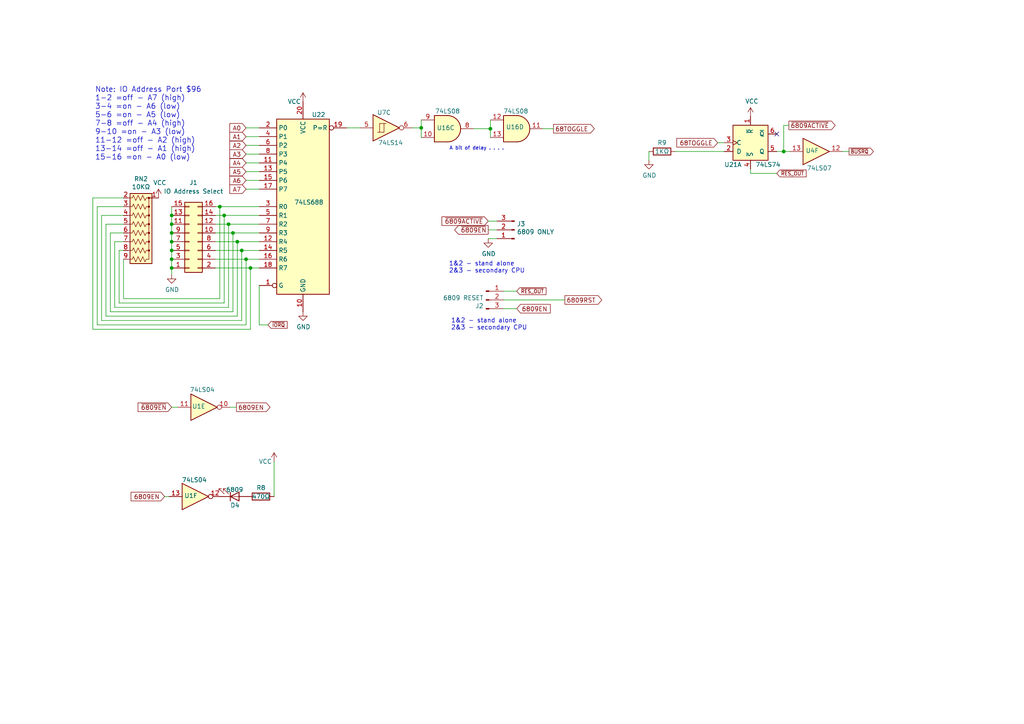
<source format=kicad_sch>
(kicad_sch (version 20211123) (generator eeschema)

  (uuid b09505b7-6490-48dc-8db5-36aab972f3f2)

  (paper "A4")

  (title_block
    (title "Duodyne 6809 CPU board")
    (date "2024-05-09")
    (rev "V1.2")
  )

  (lib_symbols
    (symbol "74xx:74LS04" (in_bom yes) (on_board yes)
      (property "Reference" "U" (id 0) (at 0 1.27 0)
        (effects (font (size 1.27 1.27)))
      )
      (property "Value" "74LS04" (id 1) (at 0 -1.27 0)
        (effects (font (size 1.27 1.27)))
      )
      (property "Footprint" "" (id 2) (at 0 0 0)
        (effects (font (size 1.27 1.27)) hide)
      )
      (property "Datasheet" "http://www.ti.com/lit/gpn/sn74LS04" (id 3) (at 0 0 0)
        (effects (font (size 1.27 1.27)) hide)
      )
      (property "ki_locked" "" (id 4) (at 0 0 0)
        (effects (font (size 1.27 1.27)))
      )
      (property "ki_keywords" "TTL not inv" (id 5) (at 0 0 0)
        (effects (font (size 1.27 1.27)) hide)
      )
      (property "ki_description" "Hex Inverter" (id 6) (at 0 0 0)
        (effects (font (size 1.27 1.27)) hide)
      )
      (property "ki_fp_filters" "DIP*W7.62mm* SSOP?14* TSSOP?14*" (id 7) (at 0 0 0)
        (effects (font (size 1.27 1.27)) hide)
      )
      (symbol "74LS04_1_0"
        (polyline
          (pts
            (xy -3.81 3.81)
            (xy -3.81 -3.81)
            (xy 3.81 0)
            (xy -3.81 3.81)
          )
          (stroke (width 0.254) (type default) (color 0 0 0 0))
          (fill (type background))
        )
        (pin input line (at -7.62 0 0) (length 3.81)
          (name "~" (effects (font (size 1.27 1.27))))
          (number "1" (effects (font (size 1.27 1.27))))
        )
        (pin output inverted (at 7.62 0 180) (length 3.81)
          (name "~" (effects (font (size 1.27 1.27))))
          (number "2" (effects (font (size 1.27 1.27))))
        )
      )
      (symbol "74LS04_2_0"
        (polyline
          (pts
            (xy -3.81 3.81)
            (xy -3.81 -3.81)
            (xy 3.81 0)
            (xy -3.81 3.81)
          )
          (stroke (width 0.254) (type default) (color 0 0 0 0))
          (fill (type background))
        )
        (pin input line (at -7.62 0 0) (length 3.81)
          (name "~" (effects (font (size 1.27 1.27))))
          (number "3" (effects (font (size 1.27 1.27))))
        )
        (pin output inverted (at 7.62 0 180) (length 3.81)
          (name "~" (effects (font (size 1.27 1.27))))
          (number "4" (effects (font (size 1.27 1.27))))
        )
      )
      (symbol "74LS04_3_0"
        (polyline
          (pts
            (xy -3.81 3.81)
            (xy -3.81 -3.81)
            (xy 3.81 0)
            (xy -3.81 3.81)
          )
          (stroke (width 0.254) (type default) (color 0 0 0 0))
          (fill (type background))
        )
        (pin input line (at -7.62 0 0) (length 3.81)
          (name "~" (effects (font (size 1.27 1.27))))
          (number "5" (effects (font (size 1.27 1.27))))
        )
        (pin output inverted (at 7.62 0 180) (length 3.81)
          (name "~" (effects (font (size 1.27 1.27))))
          (number "6" (effects (font (size 1.27 1.27))))
        )
      )
      (symbol "74LS04_4_0"
        (polyline
          (pts
            (xy -3.81 3.81)
            (xy -3.81 -3.81)
            (xy 3.81 0)
            (xy -3.81 3.81)
          )
          (stroke (width 0.254) (type default) (color 0 0 0 0))
          (fill (type background))
        )
        (pin output inverted (at 7.62 0 180) (length 3.81)
          (name "~" (effects (font (size 1.27 1.27))))
          (number "8" (effects (font (size 1.27 1.27))))
        )
        (pin input line (at -7.62 0 0) (length 3.81)
          (name "~" (effects (font (size 1.27 1.27))))
          (number "9" (effects (font (size 1.27 1.27))))
        )
      )
      (symbol "74LS04_5_0"
        (polyline
          (pts
            (xy -3.81 3.81)
            (xy -3.81 -3.81)
            (xy 3.81 0)
            (xy -3.81 3.81)
          )
          (stroke (width 0.254) (type default) (color 0 0 0 0))
          (fill (type background))
        )
        (pin output inverted (at 7.62 0 180) (length 3.81)
          (name "~" (effects (font (size 1.27 1.27))))
          (number "10" (effects (font (size 1.27 1.27))))
        )
        (pin input line (at -7.62 0 0) (length 3.81)
          (name "~" (effects (font (size 1.27 1.27))))
          (number "11" (effects (font (size 1.27 1.27))))
        )
      )
      (symbol "74LS04_6_0"
        (polyline
          (pts
            (xy -3.81 3.81)
            (xy -3.81 -3.81)
            (xy 3.81 0)
            (xy -3.81 3.81)
          )
          (stroke (width 0.254) (type default) (color 0 0 0 0))
          (fill (type background))
        )
        (pin output inverted (at 7.62 0 180) (length 3.81)
          (name "~" (effects (font (size 1.27 1.27))))
          (number "12" (effects (font (size 1.27 1.27))))
        )
        (pin input line (at -7.62 0 0) (length 3.81)
          (name "~" (effects (font (size 1.27 1.27))))
          (number "13" (effects (font (size 1.27 1.27))))
        )
      )
      (symbol "74LS04_7_0"
        (pin power_in line (at 0 12.7 270) (length 5.08)
          (name "VCC" (effects (font (size 1.27 1.27))))
          (number "14" (effects (font (size 1.27 1.27))))
        )
        (pin power_in line (at 0 -12.7 90) (length 5.08)
          (name "GND" (effects (font (size 1.27 1.27))))
          (number "7" (effects (font (size 1.27 1.27))))
        )
      )
      (symbol "74LS04_7_1"
        (rectangle (start -5.08 7.62) (end 5.08 -7.62)
          (stroke (width 0.254) (type default) (color 0 0 0 0))
          (fill (type background))
        )
      )
    )
    (symbol "74xx:74LS07" (pin_names (offset 1.016)) (in_bom yes) (on_board yes)
      (property "Reference" "U" (id 0) (at 0 1.27 0)
        (effects (font (size 1.27 1.27)))
      )
      (property "Value" "74LS07" (id 1) (at 0 -1.27 0)
        (effects (font (size 1.27 1.27)))
      )
      (property "Footprint" "" (id 2) (at 0 0 0)
        (effects (font (size 1.27 1.27)) hide)
      )
      (property "Datasheet" "www.ti.com/lit/ds/symlink/sn74ls07.pdf" (id 3) (at 0 0 0)
        (effects (font (size 1.27 1.27)) hide)
      )
      (property "ki_locked" "" (id 4) (at 0 0 0)
        (effects (font (size 1.27 1.27)))
      )
      (property "ki_keywords" "TTL hex buffer OpenCol" (id 5) (at 0 0 0)
        (effects (font (size 1.27 1.27)) hide)
      )
      (property "ki_description" "Hex Buffers and Drivers With Open Collector High Voltage Outputs" (id 6) (at 0 0 0)
        (effects (font (size 1.27 1.27)) hide)
      )
      (property "ki_fp_filters" "SOIC*3.9x8.7mm*P1.27mm* TSSOP*4.4x5mm*P0.65mm* DIP*W7.62mm*" (id 7) (at 0 0 0)
        (effects (font (size 1.27 1.27)) hide)
      )
      (symbol "74LS07_1_0"
        (polyline
          (pts
            (xy -3.81 3.81)
            (xy -3.81 -3.81)
            (xy 3.81 0)
            (xy -3.81 3.81)
          )
          (stroke (width 0.254) (type default) (color 0 0 0 0))
          (fill (type background))
        )
        (pin input line (at -7.62 0 0) (length 3.81)
          (name "~" (effects (font (size 1.27 1.27))))
          (number "1" (effects (font (size 1.27 1.27))))
        )
        (pin open_collector line (at 7.62 0 180) (length 3.81)
          (name "~" (effects (font (size 1.27 1.27))))
          (number "2" (effects (font (size 1.27 1.27))))
        )
      )
      (symbol "74LS07_2_0"
        (polyline
          (pts
            (xy -3.81 3.81)
            (xy -3.81 -3.81)
            (xy 3.81 0)
            (xy -3.81 3.81)
          )
          (stroke (width 0.254) (type default) (color 0 0 0 0))
          (fill (type background))
        )
        (pin input line (at -7.62 0 0) (length 3.81)
          (name "~" (effects (font (size 1.27 1.27))))
          (number "3" (effects (font (size 1.27 1.27))))
        )
        (pin open_collector line (at 7.62 0 180) (length 3.81)
          (name "~" (effects (font (size 1.27 1.27))))
          (number "4" (effects (font (size 1.27 1.27))))
        )
      )
      (symbol "74LS07_3_0"
        (polyline
          (pts
            (xy -3.81 3.81)
            (xy -3.81 -3.81)
            (xy 3.81 0)
            (xy -3.81 3.81)
          )
          (stroke (width 0.254) (type default) (color 0 0 0 0))
          (fill (type background))
        )
        (pin input line (at -7.62 0 0) (length 3.81)
          (name "~" (effects (font (size 1.27 1.27))))
          (number "5" (effects (font (size 1.27 1.27))))
        )
        (pin open_collector line (at 7.62 0 180) (length 3.81)
          (name "~" (effects (font (size 1.27 1.27))))
          (number "6" (effects (font (size 1.27 1.27))))
        )
      )
      (symbol "74LS07_4_0"
        (polyline
          (pts
            (xy -3.81 3.81)
            (xy -3.81 -3.81)
            (xy 3.81 0)
            (xy -3.81 3.81)
          )
          (stroke (width 0.254) (type default) (color 0 0 0 0))
          (fill (type background))
        )
        (pin open_collector line (at 7.62 0 180) (length 3.81)
          (name "~" (effects (font (size 1.27 1.27))))
          (number "8" (effects (font (size 1.27 1.27))))
        )
        (pin input line (at -7.62 0 0) (length 3.81)
          (name "~" (effects (font (size 1.27 1.27))))
          (number "9" (effects (font (size 1.27 1.27))))
        )
      )
      (symbol "74LS07_5_0"
        (polyline
          (pts
            (xy -3.81 3.81)
            (xy -3.81 -3.81)
            (xy 3.81 0)
            (xy -3.81 3.81)
          )
          (stroke (width 0.254) (type default) (color 0 0 0 0))
          (fill (type background))
        )
        (pin open_collector line (at 7.62 0 180) (length 3.81)
          (name "~" (effects (font (size 1.27 1.27))))
          (number "10" (effects (font (size 1.27 1.27))))
        )
        (pin input line (at -7.62 0 0) (length 3.81)
          (name "~" (effects (font (size 1.27 1.27))))
          (number "11" (effects (font (size 1.27 1.27))))
        )
      )
      (symbol "74LS07_6_0"
        (polyline
          (pts
            (xy -3.81 3.81)
            (xy -3.81 -3.81)
            (xy 3.81 0)
            (xy -3.81 3.81)
          )
          (stroke (width 0.254) (type default) (color 0 0 0 0))
          (fill (type background))
        )
        (pin open_collector line (at 7.62 0 180) (length 3.81)
          (name "~" (effects (font (size 1.27 1.27))))
          (number "12" (effects (font (size 1.27 1.27))))
        )
        (pin input line (at -7.62 0 0) (length 3.81)
          (name "~" (effects (font (size 1.27 1.27))))
          (number "13" (effects (font (size 1.27 1.27))))
        )
      )
      (symbol "74LS07_7_0"
        (pin power_in line (at 0 12.7 270) (length 5.08)
          (name "VCC" (effects (font (size 1.27 1.27))))
          (number "14" (effects (font (size 1.27 1.27))))
        )
        (pin power_in line (at 0 -12.7 90) (length 5.08)
          (name "GND" (effects (font (size 1.27 1.27))))
          (number "7" (effects (font (size 1.27 1.27))))
        )
      )
      (symbol "74LS07_7_1"
        (rectangle (start -5.08 7.62) (end 5.08 -7.62)
          (stroke (width 0.254) (type default) (color 0 0 0 0))
          (fill (type background))
        )
      )
    )
    (symbol "74xx:74LS08" (pin_names (offset 1.016)) (in_bom yes) (on_board yes)
      (property "Reference" "U" (id 0) (at 0 1.27 0)
        (effects (font (size 1.27 1.27)))
      )
      (property "Value" "74LS08" (id 1) (at 0 -1.27 0)
        (effects (font (size 1.27 1.27)))
      )
      (property "Footprint" "" (id 2) (at 0 0 0)
        (effects (font (size 1.27 1.27)) hide)
      )
      (property "Datasheet" "http://www.ti.com/lit/gpn/sn74LS08" (id 3) (at 0 0 0)
        (effects (font (size 1.27 1.27)) hide)
      )
      (property "ki_locked" "" (id 4) (at 0 0 0)
        (effects (font (size 1.27 1.27)))
      )
      (property "ki_keywords" "TTL and2" (id 5) (at 0 0 0)
        (effects (font (size 1.27 1.27)) hide)
      )
      (property "ki_description" "Quad And2" (id 6) (at 0 0 0)
        (effects (font (size 1.27 1.27)) hide)
      )
      (property "ki_fp_filters" "DIP*W7.62mm*" (id 7) (at 0 0 0)
        (effects (font (size 1.27 1.27)) hide)
      )
      (symbol "74LS08_1_1"
        (arc (start 0 -3.81) (mid 3.81 0) (end 0 3.81)
          (stroke (width 0.254) (type default) (color 0 0 0 0))
          (fill (type background))
        )
        (polyline
          (pts
            (xy 0 3.81)
            (xy -3.81 3.81)
            (xy -3.81 -3.81)
            (xy 0 -3.81)
          )
          (stroke (width 0.254) (type default) (color 0 0 0 0))
          (fill (type background))
        )
        (pin input line (at -7.62 2.54 0) (length 3.81)
          (name "~" (effects (font (size 1.27 1.27))))
          (number "1" (effects (font (size 1.27 1.27))))
        )
        (pin input line (at -7.62 -2.54 0) (length 3.81)
          (name "~" (effects (font (size 1.27 1.27))))
          (number "2" (effects (font (size 1.27 1.27))))
        )
        (pin output line (at 7.62 0 180) (length 3.81)
          (name "~" (effects (font (size 1.27 1.27))))
          (number "3" (effects (font (size 1.27 1.27))))
        )
      )
      (symbol "74LS08_1_2"
        (arc (start -3.81 -3.81) (mid -2.589 0) (end -3.81 3.81)
          (stroke (width 0.254) (type default) (color 0 0 0 0))
          (fill (type none))
        )
        (arc (start -0.6096 -3.81) (mid 2.1842 -2.5851) (end 3.81 0)
          (stroke (width 0.254) (type default) (color 0 0 0 0))
          (fill (type background))
        )
        (polyline
          (pts
            (xy -3.81 -3.81)
            (xy -0.635 -3.81)
          )
          (stroke (width 0.254) (type default) (color 0 0 0 0))
          (fill (type background))
        )
        (polyline
          (pts
            (xy -3.81 3.81)
            (xy -0.635 3.81)
          )
          (stroke (width 0.254) (type default) (color 0 0 0 0))
          (fill (type background))
        )
        (polyline
          (pts
            (xy -0.635 3.81)
            (xy -3.81 3.81)
            (xy -3.81 3.81)
            (xy -3.556 3.4036)
            (xy -3.0226 2.2606)
            (xy -2.6924 1.0414)
            (xy -2.6162 -0.254)
            (xy -2.7686 -1.4986)
            (xy -3.175 -2.7178)
            (xy -3.81 -3.81)
            (xy -3.81 -3.81)
            (xy -0.635 -3.81)
          )
          (stroke (width -25.4) (type default) (color 0 0 0 0))
          (fill (type background))
        )
        (arc (start 3.81 0) (mid 2.1915 2.5936) (end -0.6096 3.81)
          (stroke (width 0.254) (type default) (color 0 0 0 0))
          (fill (type background))
        )
        (pin input inverted (at -7.62 2.54 0) (length 4.318)
          (name "~" (effects (font (size 1.27 1.27))))
          (number "1" (effects (font (size 1.27 1.27))))
        )
        (pin input inverted (at -7.62 -2.54 0) (length 4.318)
          (name "~" (effects (font (size 1.27 1.27))))
          (number "2" (effects (font (size 1.27 1.27))))
        )
        (pin output inverted (at 7.62 0 180) (length 3.81)
          (name "~" (effects (font (size 1.27 1.27))))
          (number "3" (effects (font (size 1.27 1.27))))
        )
      )
      (symbol "74LS08_2_1"
        (arc (start 0 -3.81) (mid 3.81 0) (end 0 3.81)
          (stroke (width 0.254) (type default) (color 0 0 0 0))
          (fill (type background))
        )
        (polyline
          (pts
            (xy 0 3.81)
            (xy -3.81 3.81)
            (xy -3.81 -3.81)
            (xy 0 -3.81)
          )
          (stroke (width 0.254) (type default) (color 0 0 0 0))
          (fill (type background))
        )
        (pin input line (at -7.62 2.54 0) (length 3.81)
          (name "~" (effects (font (size 1.27 1.27))))
          (number "4" (effects (font (size 1.27 1.27))))
        )
        (pin input line (at -7.62 -2.54 0) (length 3.81)
          (name "~" (effects (font (size 1.27 1.27))))
          (number "5" (effects (font (size 1.27 1.27))))
        )
        (pin output line (at 7.62 0 180) (length 3.81)
          (name "~" (effects (font (size 1.27 1.27))))
          (number "6" (effects (font (size 1.27 1.27))))
        )
      )
      (symbol "74LS08_2_2"
        (arc (start -3.81 -3.81) (mid -2.589 0) (end -3.81 3.81)
          (stroke (width 0.254) (type default) (color 0 0 0 0))
          (fill (type none))
        )
        (arc (start -0.6096 -3.81) (mid 2.1842 -2.5851) (end 3.81 0)
          (stroke (width 0.254) (type default) (color 0 0 0 0))
          (fill (type background))
        )
        (polyline
          (pts
            (xy -3.81 -3.81)
            (xy -0.635 -3.81)
          )
          (stroke (width 0.254) (type default) (color 0 0 0 0))
          (fill (type background))
        )
        (polyline
          (pts
            (xy -3.81 3.81)
            (xy -0.635 3.81)
          )
          (stroke (width 0.254) (type default) (color 0 0 0 0))
          (fill (type background))
        )
        (polyline
          (pts
            (xy -0.635 3.81)
            (xy -3.81 3.81)
            (xy -3.81 3.81)
            (xy -3.556 3.4036)
            (xy -3.0226 2.2606)
            (xy -2.6924 1.0414)
            (xy -2.6162 -0.254)
            (xy -2.7686 -1.4986)
            (xy -3.175 -2.7178)
            (xy -3.81 -3.81)
            (xy -3.81 -3.81)
            (xy -0.635 -3.81)
          )
          (stroke (width -25.4) (type default) (color 0 0 0 0))
          (fill (type background))
        )
        (arc (start 3.81 0) (mid 2.1915 2.5936) (end -0.6096 3.81)
          (stroke (width 0.254) (type default) (color 0 0 0 0))
          (fill (type background))
        )
        (pin input inverted (at -7.62 2.54 0) (length 4.318)
          (name "~" (effects (font (size 1.27 1.27))))
          (number "4" (effects (font (size 1.27 1.27))))
        )
        (pin input inverted (at -7.62 -2.54 0) (length 4.318)
          (name "~" (effects (font (size 1.27 1.27))))
          (number "5" (effects (font (size 1.27 1.27))))
        )
        (pin output inverted (at 7.62 0 180) (length 3.81)
          (name "~" (effects (font (size 1.27 1.27))))
          (number "6" (effects (font (size 1.27 1.27))))
        )
      )
      (symbol "74LS08_3_1"
        (arc (start 0 -3.81) (mid 3.81 0) (end 0 3.81)
          (stroke (width 0.254) (type default) (color 0 0 0 0))
          (fill (type background))
        )
        (polyline
          (pts
            (xy 0 3.81)
            (xy -3.81 3.81)
            (xy -3.81 -3.81)
            (xy 0 -3.81)
          )
          (stroke (width 0.254) (type default) (color 0 0 0 0))
          (fill (type background))
        )
        (pin input line (at -7.62 -2.54 0) (length 3.81)
          (name "~" (effects (font (size 1.27 1.27))))
          (number "10" (effects (font (size 1.27 1.27))))
        )
        (pin output line (at 7.62 0 180) (length 3.81)
          (name "~" (effects (font (size 1.27 1.27))))
          (number "8" (effects (font (size 1.27 1.27))))
        )
        (pin input line (at -7.62 2.54 0) (length 3.81)
          (name "~" (effects (font (size 1.27 1.27))))
          (number "9" (effects (font (size 1.27 1.27))))
        )
      )
      (symbol "74LS08_3_2"
        (arc (start -3.81 -3.81) (mid -2.589 0) (end -3.81 3.81)
          (stroke (width 0.254) (type default) (color 0 0 0 0))
          (fill (type none))
        )
        (arc (start -0.6096 -3.81) (mid 2.1842 -2.5851) (end 3.81 0)
          (stroke (width 0.254) (type default) (color 0 0 0 0))
          (fill (type background))
        )
        (polyline
          (pts
            (xy -3.81 -3.81)
            (xy -0.635 -3.81)
          )
          (stroke (width 0.254) (type default) (color 0 0 0 0))
          (fill (type background))
        )
        (polyline
          (pts
            (xy -3.81 3.81)
            (xy -0.635 3.81)
          )
          (stroke (width 0.254) (type default) (color 0 0 0 0))
          (fill (type background))
        )
        (polyline
          (pts
            (xy -0.635 3.81)
            (xy -3.81 3.81)
            (xy -3.81 3.81)
            (xy -3.556 3.4036)
            (xy -3.0226 2.2606)
            (xy -2.6924 1.0414)
            (xy -2.6162 -0.254)
            (xy -2.7686 -1.4986)
            (xy -3.175 -2.7178)
            (xy -3.81 -3.81)
            (xy -3.81 -3.81)
            (xy -0.635 -3.81)
          )
          (stroke (width -25.4) (type default) (color 0 0 0 0))
          (fill (type background))
        )
        (arc (start 3.81 0) (mid 2.1915 2.5936) (end -0.6096 3.81)
          (stroke (width 0.254) (type default) (color 0 0 0 0))
          (fill (type background))
        )
        (pin input inverted (at -7.62 -2.54 0) (length 4.318)
          (name "~" (effects (font (size 1.27 1.27))))
          (number "10" (effects (font (size 1.27 1.27))))
        )
        (pin output inverted (at 7.62 0 180) (length 3.81)
          (name "~" (effects (font (size 1.27 1.27))))
          (number "8" (effects (font (size 1.27 1.27))))
        )
        (pin input inverted (at -7.62 2.54 0) (length 4.318)
          (name "~" (effects (font (size 1.27 1.27))))
          (number "9" (effects (font (size 1.27 1.27))))
        )
      )
      (symbol "74LS08_4_1"
        (arc (start 0 -3.81) (mid 3.81 0) (end 0 3.81)
          (stroke (width 0.254) (type default) (color 0 0 0 0))
          (fill (type background))
        )
        (polyline
          (pts
            (xy 0 3.81)
            (xy -3.81 3.81)
            (xy -3.81 -3.81)
            (xy 0 -3.81)
          )
          (stroke (width 0.254) (type default) (color 0 0 0 0))
          (fill (type background))
        )
        (pin output line (at 7.62 0 180) (length 3.81)
          (name "~" (effects (font (size 1.27 1.27))))
          (number "11" (effects (font (size 1.27 1.27))))
        )
        (pin input line (at -7.62 2.54 0) (length 3.81)
          (name "~" (effects (font (size 1.27 1.27))))
          (number "12" (effects (font (size 1.27 1.27))))
        )
        (pin input line (at -7.62 -2.54 0) (length 3.81)
          (name "~" (effects (font (size 1.27 1.27))))
          (number "13" (effects (font (size 1.27 1.27))))
        )
      )
      (symbol "74LS08_4_2"
        (arc (start -3.81 -3.81) (mid -2.589 0) (end -3.81 3.81)
          (stroke (width 0.254) (type default) (color 0 0 0 0))
          (fill (type none))
        )
        (arc (start -0.6096 -3.81) (mid 2.1842 -2.5851) (end 3.81 0)
          (stroke (width 0.254) (type default) (color 0 0 0 0))
          (fill (type background))
        )
        (polyline
          (pts
            (xy -3.81 -3.81)
            (xy -0.635 -3.81)
          )
          (stroke (width 0.254) (type default) (color 0 0 0 0))
          (fill (type background))
        )
        (polyline
          (pts
            (xy -3.81 3.81)
            (xy -0.635 3.81)
          )
          (stroke (width 0.254) (type default) (color 0 0 0 0))
          (fill (type background))
        )
        (polyline
          (pts
            (xy -0.635 3.81)
            (xy -3.81 3.81)
            (xy -3.81 3.81)
            (xy -3.556 3.4036)
            (xy -3.0226 2.2606)
            (xy -2.6924 1.0414)
            (xy -2.6162 -0.254)
            (xy -2.7686 -1.4986)
            (xy -3.175 -2.7178)
            (xy -3.81 -3.81)
            (xy -3.81 -3.81)
            (xy -0.635 -3.81)
          )
          (stroke (width -25.4) (type default) (color 0 0 0 0))
          (fill (type background))
        )
        (arc (start 3.81 0) (mid 2.1915 2.5936) (end -0.6096 3.81)
          (stroke (width 0.254) (type default) (color 0 0 0 0))
          (fill (type background))
        )
        (pin output inverted (at 7.62 0 180) (length 3.81)
          (name "~" (effects (font (size 1.27 1.27))))
          (number "11" (effects (font (size 1.27 1.27))))
        )
        (pin input inverted (at -7.62 2.54 0) (length 4.318)
          (name "~" (effects (font (size 1.27 1.27))))
          (number "12" (effects (font (size 1.27 1.27))))
        )
        (pin input inverted (at -7.62 -2.54 0) (length 4.318)
          (name "~" (effects (font (size 1.27 1.27))))
          (number "13" (effects (font (size 1.27 1.27))))
        )
      )
      (symbol "74LS08_5_0"
        (pin power_in line (at 0 12.7 270) (length 5.08)
          (name "VCC" (effects (font (size 1.27 1.27))))
          (number "14" (effects (font (size 1.27 1.27))))
        )
        (pin power_in line (at 0 -12.7 90) (length 5.08)
          (name "GND" (effects (font (size 1.27 1.27))))
          (number "7" (effects (font (size 1.27 1.27))))
        )
      )
      (symbol "74LS08_5_1"
        (rectangle (start -5.08 7.62) (end 5.08 -7.62)
          (stroke (width 0.254) (type default) (color 0 0 0 0))
          (fill (type background))
        )
      )
    )
    (symbol "74xx:74LS14" (pin_names (offset 1.016)) (in_bom yes) (on_board yes)
      (property "Reference" "U" (id 0) (at 0 1.27 0)
        (effects (font (size 1.27 1.27)))
      )
      (property "Value" "74LS14" (id 1) (at 0 -1.27 0)
        (effects (font (size 1.27 1.27)))
      )
      (property "Footprint" "" (id 2) (at 0 0 0)
        (effects (font (size 1.27 1.27)) hide)
      )
      (property "Datasheet" "http://www.ti.com/lit/gpn/sn74LS14" (id 3) (at 0 0 0)
        (effects (font (size 1.27 1.27)) hide)
      )
      (property "ki_locked" "" (id 4) (at 0 0 0)
        (effects (font (size 1.27 1.27)))
      )
      (property "ki_keywords" "TTL not inverter" (id 5) (at 0 0 0)
        (effects (font (size 1.27 1.27)) hide)
      )
      (property "ki_description" "Hex inverter schmitt trigger" (id 6) (at 0 0 0)
        (effects (font (size 1.27 1.27)) hide)
      )
      (property "ki_fp_filters" "DIP*W7.62mm*" (id 7) (at 0 0 0)
        (effects (font (size 1.27 1.27)) hide)
      )
      (symbol "74LS14_1_0"
        (polyline
          (pts
            (xy -3.81 3.81)
            (xy -3.81 -3.81)
            (xy 3.81 0)
            (xy -3.81 3.81)
          )
          (stroke (width 0.254) (type default) (color 0 0 0 0))
          (fill (type background))
        )
        (pin input line (at -7.62 0 0) (length 3.81)
          (name "~" (effects (font (size 1.27 1.27))))
          (number "1" (effects (font (size 1.27 1.27))))
        )
        (pin output inverted (at 7.62 0 180) (length 3.81)
          (name "~" (effects (font (size 1.27 1.27))))
          (number "2" (effects (font (size 1.27 1.27))))
        )
      )
      (symbol "74LS14_1_1"
        (polyline
          (pts
            (xy -1.905 -1.27)
            (xy -1.905 1.27)
            (xy -0.635 1.27)
          )
          (stroke (width 0) (type default) (color 0 0 0 0))
          (fill (type none))
        )
        (polyline
          (pts
            (xy -2.54 -1.27)
            (xy -0.635 -1.27)
            (xy -0.635 1.27)
            (xy 0 1.27)
          )
          (stroke (width 0) (type default) (color 0 0 0 0))
          (fill (type none))
        )
      )
      (symbol "74LS14_2_0"
        (polyline
          (pts
            (xy -3.81 3.81)
            (xy -3.81 -3.81)
            (xy 3.81 0)
            (xy -3.81 3.81)
          )
          (stroke (width 0.254) (type default) (color 0 0 0 0))
          (fill (type background))
        )
        (pin input line (at -7.62 0 0) (length 3.81)
          (name "~" (effects (font (size 1.27 1.27))))
          (number "3" (effects (font (size 1.27 1.27))))
        )
        (pin output inverted (at 7.62 0 180) (length 3.81)
          (name "~" (effects (font (size 1.27 1.27))))
          (number "4" (effects (font (size 1.27 1.27))))
        )
      )
      (symbol "74LS14_2_1"
        (polyline
          (pts
            (xy -1.905 -1.27)
            (xy -1.905 1.27)
            (xy -0.635 1.27)
          )
          (stroke (width 0) (type default) (color 0 0 0 0))
          (fill (type none))
        )
        (polyline
          (pts
            (xy -2.54 -1.27)
            (xy -0.635 -1.27)
            (xy -0.635 1.27)
            (xy 0 1.27)
          )
          (stroke (width 0) (type default) (color 0 0 0 0))
          (fill (type none))
        )
      )
      (symbol "74LS14_3_0"
        (polyline
          (pts
            (xy -3.81 3.81)
            (xy -3.81 -3.81)
            (xy 3.81 0)
            (xy -3.81 3.81)
          )
          (stroke (width 0.254) (type default) (color 0 0 0 0))
          (fill (type background))
        )
        (pin input line (at -7.62 0 0) (length 3.81)
          (name "~" (effects (font (size 1.27 1.27))))
          (number "5" (effects (font (size 1.27 1.27))))
        )
        (pin output inverted (at 7.62 0 180) (length 3.81)
          (name "~" (effects (font (size 1.27 1.27))))
          (number "6" (effects (font (size 1.27 1.27))))
        )
      )
      (symbol "74LS14_3_1"
        (polyline
          (pts
            (xy -1.905 -1.27)
            (xy -1.905 1.27)
            (xy -0.635 1.27)
          )
          (stroke (width 0) (type default) (color 0 0 0 0))
          (fill (type none))
        )
        (polyline
          (pts
            (xy -2.54 -1.27)
            (xy -0.635 -1.27)
            (xy -0.635 1.27)
            (xy 0 1.27)
          )
          (stroke (width 0) (type default) (color 0 0 0 0))
          (fill (type none))
        )
      )
      (symbol "74LS14_4_0"
        (polyline
          (pts
            (xy -3.81 3.81)
            (xy -3.81 -3.81)
            (xy 3.81 0)
            (xy -3.81 3.81)
          )
          (stroke (width 0.254) (type default) (color 0 0 0 0))
          (fill (type background))
        )
        (pin output inverted (at 7.62 0 180) (length 3.81)
          (name "~" (effects (font (size 1.27 1.27))))
          (number "8" (effects (font (size 1.27 1.27))))
        )
        (pin input line (at -7.62 0 0) (length 3.81)
          (name "~" (effects (font (size 1.27 1.27))))
          (number "9" (effects (font (size 1.27 1.27))))
        )
      )
      (symbol "74LS14_4_1"
        (polyline
          (pts
            (xy -1.905 -1.27)
            (xy -1.905 1.27)
            (xy -0.635 1.27)
          )
          (stroke (width 0) (type default) (color 0 0 0 0))
          (fill (type none))
        )
        (polyline
          (pts
            (xy -2.54 -1.27)
            (xy -0.635 -1.27)
            (xy -0.635 1.27)
            (xy 0 1.27)
          )
          (stroke (width 0) (type default) (color 0 0 0 0))
          (fill (type none))
        )
      )
      (symbol "74LS14_5_0"
        (polyline
          (pts
            (xy -3.81 3.81)
            (xy -3.81 -3.81)
            (xy 3.81 0)
            (xy -3.81 3.81)
          )
          (stroke (width 0.254) (type default) (color 0 0 0 0))
          (fill (type background))
        )
        (pin output inverted (at 7.62 0 180) (length 3.81)
          (name "~" (effects (font (size 1.27 1.27))))
          (number "10" (effects (font (size 1.27 1.27))))
        )
        (pin input line (at -7.62 0 0) (length 3.81)
          (name "~" (effects (font (size 1.27 1.27))))
          (number "11" (effects (font (size 1.27 1.27))))
        )
      )
      (symbol "74LS14_5_1"
        (polyline
          (pts
            (xy -1.905 -1.27)
            (xy -1.905 1.27)
            (xy -0.635 1.27)
          )
          (stroke (width 0) (type default) (color 0 0 0 0))
          (fill (type none))
        )
        (polyline
          (pts
            (xy -2.54 -1.27)
            (xy -0.635 -1.27)
            (xy -0.635 1.27)
            (xy 0 1.27)
          )
          (stroke (width 0) (type default) (color 0 0 0 0))
          (fill (type none))
        )
      )
      (symbol "74LS14_6_0"
        (polyline
          (pts
            (xy -3.81 3.81)
            (xy -3.81 -3.81)
            (xy 3.81 0)
            (xy -3.81 3.81)
          )
          (stroke (width 0.254) (type default) (color 0 0 0 0))
          (fill (type background))
        )
        (pin output inverted (at 7.62 0 180) (length 3.81)
          (name "~" (effects (font (size 1.27 1.27))))
          (number "12" (effects (font (size 1.27 1.27))))
        )
        (pin input line (at -7.62 0 0) (length 3.81)
          (name "~" (effects (font (size 1.27 1.27))))
          (number "13" (effects (font (size 1.27 1.27))))
        )
      )
      (symbol "74LS14_6_1"
        (polyline
          (pts
            (xy -1.905 -1.27)
            (xy -1.905 1.27)
            (xy -0.635 1.27)
          )
          (stroke (width 0) (type default) (color 0 0 0 0))
          (fill (type none))
        )
        (polyline
          (pts
            (xy -2.54 -1.27)
            (xy -0.635 -1.27)
            (xy -0.635 1.27)
            (xy 0 1.27)
          )
          (stroke (width 0) (type default) (color 0 0 0 0))
          (fill (type none))
        )
      )
      (symbol "74LS14_7_0"
        (pin power_in line (at 0 12.7 270) (length 5.08)
          (name "VCC" (effects (font (size 1.27 1.27))))
          (number "14" (effects (font (size 1.27 1.27))))
        )
        (pin power_in line (at 0 -12.7 90) (length 5.08)
          (name "GND" (effects (font (size 1.27 1.27))))
          (number "7" (effects (font (size 1.27 1.27))))
        )
      )
      (symbol "74LS14_7_1"
        (rectangle (start -5.08 7.62) (end 5.08 -7.62)
          (stroke (width 0.254) (type default) (color 0 0 0 0))
          (fill (type background))
        )
      )
    )
    (symbol "74xx:74LS688" (in_bom yes) (on_board yes)
      (property "Reference" "U" (id 0) (at -7.62 26.67 0)
        (effects (font (size 1.27 1.27)))
      )
      (property "Value" "74LS688" (id 1) (at -7.62 -26.67 0)
        (effects (font (size 1.27 1.27)))
      )
      (property "Footprint" "" (id 2) (at 0 0 0)
        (effects (font (size 1.27 1.27)) hide)
      )
      (property "Datasheet" "http://www.ti.com/lit/gpn/sn74LS688" (id 3) (at 0 0 0)
        (effects (font (size 1.27 1.27)) hide)
      )
      (property "ki_keywords" "TTL DECOD Arith" (id 4) (at 0 0 0)
        (effects (font (size 1.27 1.27)) hide)
      )
      (property "ki_description" "8-bit magnitude comparator" (id 5) (at 0 0 0)
        (effects (font (size 1.27 1.27)) hide)
      )
      (property "ki_fp_filters" "DIP?20* SOIC?20* SO?20* TSSOP?20*" (id 6) (at 0 0 0)
        (effects (font (size 1.27 1.27)) hide)
      )
      (symbol "74LS688_1_0"
        (pin input inverted (at -12.7 -22.86 0) (length 5.08)
          (name "G" (effects (font (size 1.27 1.27))))
          (number "1" (effects (font (size 1.27 1.27))))
        )
        (pin power_in line (at 0 -30.48 90) (length 5.08)
          (name "GND" (effects (font (size 1.27 1.27))))
          (number "10" (effects (font (size 1.27 1.27))))
        )
        (pin input line (at -12.7 12.7 0) (length 5.08)
          (name "P4" (effects (font (size 1.27 1.27))))
          (number "11" (effects (font (size 1.27 1.27))))
        )
        (pin input line (at -12.7 -10.16 0) (length 5.08)
          (name "R4" (effects (font (size 1.27 1.27))))
          (number "12" (effects (font (size 1.27 1.27))))
        )
        (pin input line (at -12.7 10.16 0) (length 5.08)
          (name "P5" (effects (font (size 1.27 1.27))))
          (number "13" (effects (font (size 1.27 1.27))))
        )
        (pin input line (at -12.7 -12.7 0) (length 5.08)
          (name "R5" (effects (font (size 1.27 1.27))))
          (number "14" (effects (font (size 1.27 1.27))))
        )
        (pin input line (at -12.7 7.62 0) (length 5.08)
          (name "P6" (effects (font (size 1.27 1.27))))
          (number "15" (effects (font (size 1.27 1.27))))
        )
        (pin input line (at -12.7 -15.24 0) (length 5.08)
          (name "R6" (effects (font (size 1.27 1.27))))
          (number "16" (effects (font (size 1.27 1.27))))
        )
        (pin input line (at -12.7 5.08 0) (length 5.08)
          (name "P7" (effects (font (size 1.27 1.27))))
          (number "17" (effects (font (size 1.27 1.27))))
        )
        (pin input line (at -12.7 -17.78 0) (length 5.08)
          (name "R7" (effects (font (size 1.27 1.27))))
          (number "18" (effects (font (size 1.27 1.27))))
        )
        (pin output inverted (at 12.7 22.86 180) (length 5.08)
          (name "P=R" (effects (font (size 1.27 1.27))))
          (number "19" (effects (font (size 1.27 1.27))))
        )
        (pin input line (at -12.7 22.86 0) (length 5.08)
          (name "P0" (effects (font (size 1.27 1.27))))
          (number "2" (effects (font (size 1.27 1.27))))
        )
        (pin power_in line (at 0 30.48 270) (length 5.08)
          (name "VCC" (effects (font (size 1.27 1.27))))
          (number "20" (effects (font (size 1.27 1.27))))
        )
        (pin input line (at -12.7 0 0) (length 5.08)
          (name "R0" (effects (font (size 1.27 1.27))))
          (number "3" (effects (font (size 1.27 1.27))))
        )
        (pin input line (at -12.7 20.32 0) (length 5.08)
          (name "P1" (effects (font (size 1.27 1.27))))
          (number "4" (effects (font (size 1.27 1.27))))
        )
        (pin input line (at -12.7 -2.54 0) (length 5.08)
          (name "R1" (effects (font (size 1.27 1.27))))
          (number "5" (effects (font (size 1.27 1.27))))
        )
        (pin input line (at -12.7 17.78 0) (length 5.08)
          (name "P2" (effects (font (size 1.27 1.27))))
          (number "6" (effects (font (size 1.27 1.27))))
        )
        (pin input line (at -12.7 -5.08 0) (length 5.08)
          (name "R2" (effects (font (size 1.27 1.27))))
          (number "7" (effects (font (size 1.27 1.27))))
        )
        (pin input line (at -12.7 15.24 0) (length 5.08)
          (name "P3" (effects (font (size 1.27 1.27))))
          (number "8" (effects (font (size 1.27 1.27))))
        )
        (pin input line (at -12.7 -7.62 0) (length 5.08)
          (name "R3" (effects (font (size 1.27 1.27))))
          (number "9" (effects (font (size 1.27 1.27))))
        )
      )
      (symbol "74LS688_1_1"
        (rectangle (start -7.62 25.4) (end 7.62 -25.4)
          (stroke (width 0.254) (type default) (color 0 0 0 0))
          (fill (type background))
        )
      )
    )
    (symbol "74xx:74LS74" (pin_names (offset 1.016)) (in_bom yes) (on_board yes)
      (property "Reference" "U" (id 0) (at -7.62 8.89 0)
        (effects (font (size 1.27 1.27)))
      )
      (property "Value" "74LS74" (id 1) (at -7.62 -8.89 0)
        (effects (font (size 1.27 1.27)))
      )
      (property "Footprint" "" (id 2) (at 0 0 0)
        (effects (font (size 1.27 1.27)) hide)
      )
      (property "Datasheet" "74xx/74hc_hct74.pdf" (id 3) (at 0 0 0)
        (effects (font (size 1.27 1.27)) hide)
      )
      (property "ki_locked" "" (id 4) (at 0 0 0)
        (effects (font (size 1.27 1.27)))
      )
      (property "ki_keywords" "TTL DFF" (id 5) (at 0 0 0)
        (effects (font (size 1.27 1.27)) hide)
      )
      (property "ki_description" "Dual D Flip-flop, Set & Reset" (id 6) (at 0 0 0)
        (effects (font (size 1.27 1.27)) hide)
      )
      (property "ki_fp_filters" "DIP*W7.62mm*" (id 7) (at 0 0 0)
        (effects (font (size 1.27 1.27)) hide)
      )
      (symbol "74LS74_1_0"
        (pin input line (at 0 -7.62 90) (length 2.54)
          (name "~{R}" (effects (font (size 1.27 1.27))))
          (number "1" (effects (font (size 1.27 1.27))))
        )
        (pin input line (at -7.62 2.54 0) (length 2.54)
          (name "D" (effects (font (size 1.27 1.27))))
          (number "2" (effects (font (size 1.27 1.27))))
        )
        (pin input clock (at -7.62 0 0) (length 2.54)
          (name "C" (effects (font (size 1.27 1.27))))
          (number "3" (effects (font (size 1.27 1.27))))
        )
        (pin input line (at 0 7.62 270) (length 2.54)
          (name "~{S}" (effects (font (size 1.27 1.27))))
          (number "4" (effects (font (size 1.27 1.27))))
        )
        (pin output line (at 7.62 2.54 180) (length 2.54)
          (name "Q" (effects (font (size 1.27 1.27))))
          (number "5" (effects (font (size 1.27 1.27))))
        )
        (pin output line (at 7.62 -2.54 180) (length 2.54)
          (name "~{Q}" (effects (font (size 1.27 1.27))))
          (number "6" (effects (font (size 1.27 1.27))))
        )
      )
      (symbol "74LS74_1_1"
        (rectangle (start -5.08 5.08) (end 5.08 -5.08)
          (stroke (width 0.254) (type default) (color 0 0 0 0))
          (fill (type background))
        )
      )
      (symbol "74LS74_2_0"
        (pin input line (at 0 7.62 270) (length 2.54)
          (name "~{S}" (effects (font (size 1.27 1.27))))
          (number "10" (effects (font (size 1.27 1.27))))
        )
        (pin input clock (at -7.62 0 0) (length 2.54)
          (name "C" (effects (font (size 1.27 1.27))))
          (number "11" (effects (font (size 1.27 1.27))))
        )
        (pin input line (at -7.62 2.54 0) (length 2.54)
          (name "D" (effects (font (size 1.27 1.27))))
          (number "12" (effects (font (size 1.27 1.27))))
        )
        (pin input line (at 0 -7.62 90) (length 2.54)
          (name "~{R}" (effects (font (size 1.27 1.27))))
          (number "13" (effects (font (size 1.27 1.27))))
        )
        (pin output line (at 7.62 -2.54 180) (length 2.54)
          (name "~{Q}" (effects (font (size 1.27 1.27))))
          (number "8" (effects (font (size 1.27 1.27))))
        )
        (pin output line (at 7.62 2.54 180) (length 2.54)
          (name "Q" (effects (font (size 1.27 1.27))))
          (number "9" (effects (font (size 1.27 1.27))))
        )
      )
      (symbol "74LS74_2_1"
        (rectangle (start -5.08 5.08) (end 5.08 -5.08)
          (stroke (width 0.254) (type default) (color 0 0 0 0))
          (fill (type background))
        )
      )
      (symbol "74LS74_3_0"
        (pin power_in line (at 0 10.16 270) (length 2.54)
          (name "VCC" (effects (font (size 1.27 1.27))))
          (number "14" (effects (font (size 1.27 1.27))))
        )
        (pin power_in line (at 0 -10.16 90) (length 2.54)
          (name "GND" (effects (font (size 1.27 1.27))))
          (number "7" (effects (font (size 1.27 1.27))))
        )
      )
      (symbol "74LS74_3_1"
        (rectangle (start -5.08 7.62) (end 5.08 -7.62)
          (stroke (width 0.254) (type default) (color 0 0 0 0))
          (fill (type background))
        )
      )
    )
    (symbol "Connector:Conn_01x03_Male" (pin_names (offset 1.016) hide) (in_bom yes) (on_board yes)
      (property "Reference" "J" (id 0) (at 0 5.08 0)
        (effects (font (size 1.27 1.27)))
      )
      (property "Value" "Conn_01x03_Male" (id 1) (at 0 -5.08 0)
        (effects (font (size 1.27 1.27)))
      )
      (property "Footprint" "" (id 2) (at 0 0 0)
        (effects (font (size 1.27 1.27)) hide)
      )
      (property "Datasheet" "~" (id 3) (at 0 0 0)
        (effects (font (size 1.27 1.27)) hide)
      )
      (property "ki_keywords" "connector" (id 4) (at 0 0 0)
        (effects (font (size 1.27 1.27)) hide)
      )
      (property "ki_description" "Generic connector, single row, 01x03, script generated (kicad-library-utils/schlib/autogen/connector/)" (id 5) (at 0 0 0)
        (effects (font (size 1.27 1.27)) hide)
      )
      (property "ki_fp_filters" "Connector*:*_1x??_*" (id 6) (at 0 0 0)
        (effects (font (size 1.27 1.27)) hide)
      )
      (symbol "Conn_01x03_Male_1_1"
        (polyline
          (pts
            (xy 1.27 -2.54)
            (xy 0.8636 -2.54)
          )
          (stroke (width 0.1524) (type default) (color 0 0 0 0))
          (fill (type none))
        )
        (polyline
          (pts
            (xy 1.27 0)
            (xy 0.8636 0)
          )
          (stroke (width 0.1524) (type default) (color 0 0 0 0))
          (fill (type none))
        )
        (polyline
          (pts
            (xy 1.27 2.54)
            (xy 0.8636 2.54)
          )
          (stroke (width 0.1524) (type default) (color 0 0 0 0))
          (fill (type none))
        )
        (rectangle (start 0.8636 -2.413) (end 0 -2.667)
          (stroke (width 0.1524) (type default) (color 0 0 0 0))
          (fill (type outline))
        )
        (rectangle (start 0.8636 0.127) (end 0 -0.127)
          (stroke (width 0.1524) (type default) (color 0 0 0 0))
          (fill (type outline))
        )
        (rectangle (start 0.8636 2.667) (end 0 2.413)
          (stroke (width 0.1524) (type default) (color 0 0 0 0))
          (fill (type outline))
        )
        (pin passive line (at 5.08 2.54 180) (length 3.81)
          (name "Pin_1" (effects (font (size 1.27 1.27))))
          (number "1" (effects (font (size 1.27 1.27))))
        )
        (pin passive line (at 5.08 0 180) (length 3.81)
          (name "Pin_2" (effects (font (size 1.27 1.27))))
          (number "2" (effects (font (size 1.27 1.27))))
        )
        (pin passive line (at 5.08 -2.54 180) (length 3.81)
          (name "Pin_3" (effects (font (size 1.27 1.27))))
          (number "3" (effects (font (size 1.27 1.27))))
        )
      )
    )
    (symbol "Connector_Generic:Conn_02x08_Odd_Even" (pin_names (offset 1.016) hide) (in_bom yes) (on_board yes)
      (property "Reference" "J" (id 0) (at 1.27 10.16 0)
        (effects (font (size 1.27 1.27)))
      )
      (property "Value" "Conn_02x08_Odd_Even" (id 1) (at 1.27 -12.7 0)
        (effects (font (size 1.27 1.27)))
      )
      (property "Footprint" "" (id 2) (at 0 0 0)
        (effects (font (size 1.27 1.27)) hide)
      )
      (property "Datasheet" "~" (id 3) (at 0 0 0)
        (effects (font (size 1.27 1.27)) hide)
      )
      (property "ki_keywords" "connector" (id 4) (at 0 0 0)
        (effects (font (size 1.27 1.27)) hide)
      )
      (property "ki_description" "Generic connector, double row, 02x08, odd/even pin numbering scheme (row 1 odd numbers, row 2 even numbers), script generated (kicad-library-utils/schlib/autogen/connector/)" (id 5) (at 0 0 0)
        (effects (font (size 1.27 1.27)) hide)
      )
      (property "ki_fp_filters" "Connector*:*_2x??_*" (id 6) (at 0 0 0)
        (effects (font (size 1.27 1.27)) hide)
      )
      (symbol "Conn_02x08_Odd_Even_1_1"
        (rectangle (start -1.27 -10.033) (end 0 -10.287)
          (stroke (width 0.1524) (type default) (color 0 0 0 0))
          (fill (type none))
        )
        (rectangle (start -1.27 -7.493) (end 0 -7.747)
          (stroke (width 0.1524) (type default) (color 0 0 0 0))
          (fill (type none))
        )
        (rectangle (start -1.27 -4.953) (end 0 -5.207)
          (stroke (width 0.1524) (type default) (color 0 0 0 0))
          (fill (type none))
        )
        (rectangle (start -1.27 -2.413) (end 0 -2.667)
          (stroke (width 0.1524) (type default) (color 0 0 0 0))
          (fill (type none))
        )
        (rectangle (start -1.27 0.127) (end 0 -0.127)
          (stroke (width 0.1524) (type default) (color 0 0 0 0))
          (fill (type none))
        )
        (rectangle (start -1.27 2.667) (end 0 2.413)
          (stroke (width 0.1524) (type default) (color 0 0 0 0))
          (fill (type none))
        )
        (rectangle (start -1.27 5.207) (end 0 4.953)
          (stroke (width 0.1524) (type default) (color 0 0 0 0))
          (fill (type none))
        )
        (rectangle (start -1.27 7.747) (end 0 7.493)
          (stroke (width 0.1524) (type default) (color 0 0 0 0))
          (fill (type none))
        )
        (rectangle (start -1.27 8.89) (end 3.81 -11.43)
          (stroke (width 0.254) (type default) (color 0 0 0 0))
          (fill (type background))
        )
        (rectangle (start 3.81 -10.033) (end 2.54 -10.287)
          (stroke (width 0.1524) (type default) (color 0 0 0 0))
          (fill (type none))
        )
        (rectangle (start 3.81 -7.493) (end 2.54 -7.747)
          (stroke (width 0.1524) (type default) (color 0 0 0 0))
          (fill (type none))
        )
        (rectangle (start 3.81 -4.953) (end 2.54 -5.207)
          (stroke (width 0.1524) (type default) (color 0 0 0 0))
          (fill (type none))
        )
        (rectangle (start 3.81 -2.413) (end 2.54 -2.667)
          (stroke (width 0.1524) (type default) (color 0 0 0 0))
          (fill (type none))
        )
        (rectangle (start 3.81 0.127) (end 2.54 -0.127)
          (stroke (width 0.1524) (type default) (color 0 0 0 0))
          (fill (type none))
        )
        (rectangle (start 3.81 2.667) (end 2.54 2.413)
          (stroke (width 0.1524) (type default) (color 0 0 0 0))
          (fill (type none))
        )
        (rectangle (start 3.81 5.207) (end 2.54 4.953)
          (stroke (width 0.1524) (type default) (color 0 0 0 0))
          (fill (type none))
        )
        (rectangle (start 3.81 7.747) (end 2.54 7.493)
          (stroke (width 0.1524) (type default) (color 0 0 0 0))
          (fill (type none))
        )
        (pin passive line (at -5.08 7.62 0) (length 3.81)
          (name "Pin_1" (effects (font (size 1.27 1.27))))
          (number "1" (effects (font (size 1.27 1.27))))
        )
        (pin passive line (at 7.62 -2.54 180) (length 3.81)
          (name "Pin_10" (effects (font (size 1.27 1.27))))
          (number "10" (effects (font (size 1.27 1.27))))
        )
        (pin passive line (at -5.08 -5.08 0) (length 3.81)
          (name "Pin_11" (effects (font (size 1.27 1.27))))
          (number "11" (effects (font (size 1.27 1.27))))
        )
        (pin passive line (at 7.62 -5.08 180) (length 3.81)
          (name "Pin_12" (effects (font (size 1.27 1.27))))
          (number "12" (effects (font (size 1.27 1.27))))
        )
        (pin passive line (at -5.08 -7.62 0) (length 3.81)
          (name "Pin_13" (effects (font (size 1.27 1.27))))
          (number "13" (effects (font (size 1.27 1.27))))
        )
        (pin passive line (at 7.62 -7.62 180) (length 3.81)
          (name "Pin_14" (effects (font (size 1.27 1.27))))
          (number "14" (effects (font (size 1.27 1.27))))
        )
        (pin passive line (at -5.08 -10.16 0) (length 3.81)
          (name "Pin_15" (effects (font (size 1.27 1.27))))
          (number "15" (effects (font (size 1.27 1.27))))
        )
        (pin passive line (at 7.62 -10.16 180) (length 3.81)
          (name "Pin_16" (effects (font (size 1.27 1.27))))
          (number "16" (effects (font (size 1.27 1.27))))
        )
        (pin passive line (at 7.62 7.62 180) (length 3.81)
          (name "Pin_2" (effects (font (size 1.27 1.27))))
          (number "2" (effects (font (size 1.27 1.27))))
        )
        (pin passive line (at -5.08 5.08 0) (length 3.81)
          (name "Pin_3" (effects (font (size 1.27 1.27))))
          (number "3" (effects (font (size 1.27 1.27))))
        )
        (pin passive line (at 7.62 5.08 180) (length 3.81)
          (name "Pin_4" (effects (font (size 1.27 1.27))))
          (number "4" (effects (font (size 1.27 1.27))))
        )
        (pin passive line (at -5.08 2.54 0) (length 3.81)
          (name "Pin_5" (effects (font (size 1.27 1.27))))
          (number "5" (effects (font (size 1.27 1.27))))
        )
        (pin passive line (at 7.62 2.54 180) (length 3.81)
          (name "Pin_6" (effects (font (size 1.27 1.27))))
          (number "6" (effects (font (size 1.27 1.27))))
        )
        (pin passive line (at -5.08 0 0) (length 3.81)
          (name "Pin_7" (effects (font (size 1.27 1.27))))
          (number "7" (effects (font (size 1.27 1.27))))
        )
        (pin passive line (at 7.62 0 180) (length 3.81)
          (name "Pin_8" (effects (font (size 1.27 1.27))))
          (number "8" (effects (font (size 1.27 1.27))))
        )
        (pin passive line (at -5.08 -2.54 0) (length 3.81)
          (name "Pin_9" (effects (font (size 1.27 1.27))))
          (number "9" (effects (font (size 1.27 1.27))))
        )
      )
    )
    (symbol "Device:LED" (pin_numbers hide) (pin_names (offset 1.016) hide) (in_bom yes) (on_board yes)
      (property "Reference" "D" (id 0) (at 0 2.54 0)
        (effects (font (size 1.27 1.27)))
      )
      (property "Value" "LED" (id 1) (at 0 -2.54 0)
        (effects (font (size 1.27 1.27)))
      )
      (property "Footprint" "" (id 2) (at 0 0 0)
        (effects (font (size 1.27 1.27)) hide)
      )
      (property "Datasheet" "~" (id 3) (at 0 0 0)
        (effects (font (size 1.27 1.27)) hide)
      )
      (property "ki_keywords" "LED diode" (id 4) (at 0 0 0)
        (effects (font (size 1.27 1.27)) hide)
      )
      (property "ki_description" "Light emitting diode" (id 5) (at 0 0 0)
        (effects (font (size 1.27 1.27)) hide)
      )
      (property "ki_fp_filters" "LED* LED_SMD:* LED_THT:*" (id 6) (at 0 0 0)
        (effects (font (size 1.27 1.27)) hide)
      )
      (symbol "LED_0_1"
        (polyline
          (pts
            (xy -1.27 -1.27)
            (xy -1.27 1.27)
          )
          (stroke (width 0.254) (type default) (color 0 0 0 0))
          (fill (type none))
        )
        (polyline
          (pts
            (xy -1.27 0)
            (xy 1.27 0)
          )
          (stroke (width 0) (type default) (color 0 0 0 0))
          (fill (type none))
        )
        (polyline
          (pts
            (xy 1.27 -1.27)
            (xy 1.27 1.27)
            (xy -1.27 0)
            (xy 1.27 -1.27)
          )
          (stroke (width 0.254) (type default) (color 0 0 0 0))
          (fill (type none))
        )
        (polyline
          (pts
            (xy -3.048 -0.762)
            (xy -4.572 -2.286)
            (xy -3.81 -2.286)
            (xy -4.572 -2.286)
            (xy -4.572 -1.524)
          )
          (stroke (width 0) (type default) (color 0 0 0 0))
          (fill (type none))
        )
        (polyline
          (pts
            (xy -1.778 -0.762)
            (xy -3.302 -2.286)
            (xy -2.54 -2.286)
            (xy -3.302 -2.286)
            (xy -3.302 -1.524)
          )
          (stroke (width 0) (type default) (color 0 0 0 0))
          (fill (type none))
        )
      )
      (symbol "LED_1_1"
        (pin passive line (at -3.81 0 0) (length 2.54)
          (name "K" (effects (font (size 1.27 1.27))))
          (number "1" (effects (font (size 1.27 1.27))))
        )
        (pin passive line (at 3.81 0 180) (length 2.54)
          (name "A" (effects (font (size 1.27 1.27))))
          (number "2" (effects (font (size 1.27 1.27))))
        )
      )
    )
    (symbol "Device:R" (pin_numbers hide) (pin_names (offset 0)) (in_bom yes) (on_board yes)
      (property "Reference" "R" (id 0) (at 2.032 0 90)
        (effects (font (size 1.27 1.27)))
      )
      (property "Value" "R" (id 1) (at 0 0 90)
        (effects (font (size 1.27 1.27)))
      )
      (property "Footprint" "" (id 2) (at -1.778 0 90)
        (effects (font (size 1.27 1.27)) hide)
      )
      (property "Datasheet" "~" (id 3) (at 0 0 0)
        (effects (font (size 1.27 1.27)) hide)
      )
      (property "ki_keywords" "R res resistor" (id 4) (at 0 0 0)
        (effects (font (size 1.27 1.27)) hide)
      )
      (property "ki_description" "Resistor" (id 5) (at 0 0 0)
        (effects (font (size 1.27 1.27)) hide)
      )
      (property "ki_fp_filters" "R_*" (id 6) (at 0 0 0)
        (effects (font (size 1.27 1.27)) hide)
      )
      (symbol "R_0_1"
        (rectangle (start -1.016 -2.54) (end 1.016 2.54)
          (stroke (width 0.254) (type default) (color 0 0 0 0))
          (fill (type none))
        )
      )
      (symbol "R_1_1"
        (pin passive line (at 0 3.81 270) (length 1.27)
          (name "~" (effects (font (size 1.27 1.27))))
          (number "1" (effects (font (size 1.27 1.27))))
        )
        (pin passive line (at 0 -3.81 90) (length 1.27)
          (name "~" (effects (font (size 1.27 1.27))))
          (number "2" (effects (font (size 1.27 1.27))))
        )
      )
    )
    (symbol "Device:R_Network08_US" (pin_names (offset 0) hide) (in_bom yes) (on_board yes)
      (property "Reference" "RN" (id 0) (at -12.7 0 90)
        (effects (font (size 1.27 1.27)))
      )
      (property "Value" "R_Network08_US" (id 1) (at 10.16 0 90)
        (effects (font (size 1.27 1.27)))
      )
      (property "Footprint" "Resistor_THT:R_Array_SIP9" (id 2) (at 12.065 0 90)
        (effects (font (size 1.27 1.27)) hide)
      )
      (property "Datasheet" "http://www.vishay.com/docs/31509/csc.pdf" (id 3) (at 0 0 0)
        (effects (font (size 1.27 1.27)) hide)
      )
      (property "ki_keywords" "R network star-topology" (id 4) (at 0 0 0)
        (effects (font (size 1.27 1.27)) hide)
      )
      (property "ki_description" "8 resistor network, star topology, bussed resistors, small US symbol" (id 5) (at 0 0 0)
        (effects (font (size 1.27 1.27)) hide)
      )
      (property "ki_fp_filters" "R?Array?SIP*" (id 6) (at 0 0 0)
        (effects (font (size 1.27 1.27)) hide)
      )
      (symbol "R_Network08_US_0_1"
        (rectangle (start -11.43 -3.175) (end 8.89 3.175)
          (stroke (width 0.254) (type default) (color 0 0 0 0))
          (fill (type background))
        )
        (circle (center -10.16 2.286) (radius 0.254)
          (stroke (width 0) (type default) (color 0 0 0 0))
          (fill (type outline))
        )
        (circle (center -7.62 2.286) (radius 0.254)
          (stroke (width 0) (type default) (color 0 0 0 0))
          (fill (type outline))
        )
        (circle (center -5.08 2.286) (radius 0.254)
          (stroke (width 0) (type default) (color 0 0 0 0))
          (fill (type outline))
        )
        (circle (center -2.54 2.286) (radius 0.254)
          (stroke (width 0) (type default) (color 0 0 0 0))
          (fill (type outline))
        )
        (polyline
          (pts
            (xy -10.16 2.286)
            (xy 7.62 2.286)
          )
          (stroke (width 0) (type default) (color 0 0 0 0))
          (fill (type none))
        )
        (polyline
          (pts
            (xy -10.16 2.286)
            (xy -10.16 1.524)
            (xy -9.398 1.1684)
            (xy -10.922 0.508)
            (xy -9.398 -0.1524)
            (xy -10.922 -0.8382)
            (xy -9.398 -1.524)
            (xy -10.922 -2.1844)
            (xy -10.16 -2.54)
            (xy -10.16 -3.81)
          )
          (stroke (width 0) (type default) (color 0 0 0 0))
          (fill (type none))
        )
        (polyline
          (pts
            (xy -7.62 2.286)
            (xy -7.62 1.524)
            (xy -6.858 1.1684)
            (xy -8.382 0.508)
            (xy -6.858 -0.1524)
            (xy -8.382 -0.8382)
            (xy -6.858 -1.524)
            (xy -8.382 -2.1844)
            (xy -7.62 -2.54)
            (xy -7.62 -3.81)
          )
          (stroke (width 0) (type default) (color 0 0 0 0))
          (fill (type none))
        )
        (polyline
          (pts
            (xy -5.08 2.286)
            (xy -5.08 1.524)
            (xy -4.318 1.1684)
            (xy -5.842 0.508)
            (xy -4.318 -0.1524)
            (xy -5.842 -0.8382)
            (xy -4.318 -1.524)
            (xy -5.842 -2.1844)
            (xy -5.08 -2.54)
            (xy -5.08 -3.81)
          )
          (stroke (width 0) (type default) (color 0 0 0 0))
          (fill (type none))
        )
        (polyline
          (pts
            (xy -2.54 2.286)
            (xy -2.54 1.524)
            (xy -1.778 1.1684)
            (xy -3.302 0.508)
            (xy -1.778 -0.1524)
            (xy -3.302 -0.8382)
            (xy -1.778 -1.524)
            (xy -3.302 -2.1844)
            (xy -2.54 -2.54)
            (xy -2.54 -3.81)
          )
          (stroke (width 0) (type default) (color 0 0 0 0))
          (fill (type none))
        )
        (polyline
          (pts
            (xy 0 2.286)
            (xy 0 1.524)
            (xy 0.762 1.1684)
            (xy -0.762 0.508)
            (xy 0.762 -0.1524)
            (xy -0.762 -0.8382)
            (xy 0.762 -1.524)
            (xy -0.762 -2.1844)
            (xy 0 -2.54)
            (xy 0 -3.81)
          )
          (stroke (width 0) (type default) (color 0 0 0 0))
          (fill (type none))
        )
        (polyline
          (pts
            (xy 2.54 2.286)
            (xy 2.54 1.524)
            (xy 3.302 1.1684)
            (xy 1.778 0.508)
            (xy 3.302 -0.1524)
            (xy 1.778 -0.8382)
            (xy 3.302 -1.524)
            (xy 1.778 -2.1844)
            (xy 2.54 -2.54)
            (xy 2.54 -3.81)
          )
          (stroke (width 0) (type default) (color 0 0 0 0))
          (fill (type none))
        )
        (polyline
          (pts
            (xy 5.08 2.286)
            (xy 5.08 1.524)
            (xy 5.842 1.1684)
            (xy 4.318 0.508)
            (xy 5.842 -0.1524)
            (xy 4.318 -0.8382)
            (xy 5.842 -1.524)
            (xy 4.318 -2.1844)
            (xy 5.08 -2.54)
            (xy 5.08 -3.81)
          )
          (stroke (width 0) (type default) (color 0 0 0 0))
          (fill (type none))
        )
        (polyline
          (pts
            (xy 7.62 2.286)
            (xy 7.62 1.524)
            (xy 8.382 1.1684)
            (xy 6.858 0.508)
            (xy 8.382 -0.1524)
            (xy 6.858 -0.8382)
            (xy 8.382 -1.524)
            (xy 6.858 -2.1844)
            (xy 7.62 -2.54)
            (xy 7.62 -3.81)
          )
          (stroke (width 0) (type default) (color 0 0 0 0))
          (fill (type none))
        )
        (circle (center 0 2.286) (radius 0.254)
          (stroke (width 0) (type default) (color 0 0 0 0))
          (fill (type outline))
        )
        (circle (center 2.54 2.286) (radius 0.254)
          (stroke (width 0) (type default) (color 0 0 0 0))
          (fill (type outline))
        )
        (circle (center 5.08 2.286) (radius 0.254)
          (stroke (width 0) (type default) (color 0 0 0 0))
          (fill (type outline))
        )
      )
      (symbol "R_Network08_US_1_1"
        (pin passive line (at -10.16 5.08 270) (length 2.54)
          (name "common" (effects (font (size 1.27 1.27))))
          (number "1" (effects (font (size 1.27 1.27))))
        )
        (pin passive line (at -10.16 -5.08 90) (length 1.27)
          (name "R1" (effects (font (size 1.27 1.27))))
          (number "2" (effects (font (size 1.27 1.27))))
        )
        (pin passive line (at -7.62 -5.08 90) (length 1.27)
          (name "R2" (effects (font (size 1.27 1.27))))
          (number "3" (effects (font (size 1.27 1.27))))
        )
        (pin passive line (at -5.08 -5.08 90) (length 1.27)
          (name "R3" (effects (font (size 1.27 1.27))))
          (number "4" (effects (font (size 1.27 1.27))))
        )
        (pin passive line (at -2.54 -5.08 90) (length 1.27)
          (name "R4" (effects (font (size 1.27 1.27))))
          (number "5" (effects (font (size 1.27 1.27))))
        )
        (pin passive line (at 0 -5.08 90) (length 1.27)
          (name "R5" (effects (font (size 1.27 1.27))))
          (number "6" (effects (font (size 1.27 1.27))))
        )
        (pin passive line (at 2.54 -5.08 90) (length 1.27)
          (name "R6" (effects (font (size 1.27 1.27))))
          (number "7" (effects (font (size 1.27 1.27))))
        )
        (pin passive line (at 5.08 -5.08 90) (length 1.27)
          (name "R7" (effects (font (size 1.27 1.27))))
          (number "8" (effects (font (size 1.27 1.27))))
        )
        (pin passive line (at 7.62 -5.08 90) (length 1.27)
          (name "R8" (effects (font (size 1.27 1.27))))
          (number "9" (effects (font (size 1.27 1.27))))
        )
      )
    )
    (symbol "power:GND" (power) (pin_names (offset 0)) (in_bom yes) (on_board yes)
      (property "Reference" "#PWR" (id 0) (at 0 -6.35 0)
        (effects (font (size 1.27 1.27)) hide)
      )
      (property "Value" "GND" (id 1) (at 0 -3.81 0)
        (effects (font (size 1.27 1.27)))
      )
      (property "Footprint" "" (id 2) (at 0 0 0)
        (effects (font (size 1.27 1.27)) hide)
      )
      (property "Datasheet" "" (id 3) (at 0 0 0)
        (effects (font (size 1.27 1.27)) hide)
      )
      (property "ki_keywords" "global power" (id 4) (at 0 0 0)
        (effects (font (size 1.27 1.27)) hide)
      )
      (property "ki_description" "Power symbol creates a global label with name \"GND\" , ground" (id 5) (at 0 0 0)
        (effects (font (size 1.27 1.27)) hide)
      )
      (symbol "GND_0_1"
        (polyline
          (pts
            (xy 0 0)
            (xy 0 -1.27)
            (xy 1.27 -1.27)
            (xy 0 -2.54)
            (xy -1.27 -1.27)
            (xy 0 -1.27)
          )
          (stroke (width 0) (type default) (color 0 0 0 0))
          (fill (type none))
        )
      )
      (symbol "GND_1_1"
        (pin power_in line (at 0 0 270) (length 0) hide
          (name "GND" (effects (font (size 1.27 1.27))))
          (number "1" (effects (font (size 1.27 1.27))))
        )
      )
    )
    (symbol "power:VCC" (power) (pin_names (offset 0)) (in_bom yes) (on_board yes)
      (property "Reference" "#PWR" (id 0) (at 0 -3.81 0)
        (effects (font (size 1.27 1.27)) hide)
      )
      (property "Value" "VCC" (id 1) (at 0 3.81 0)
        (effects (font (size 1.27 1.27)))
      )
      (property "Footprint" "" (id 2) (at 0 0 0)
        (effects (font (size 1.27 1.27)) hide)
      )
      (property "Datasheet" "" (id 3) (at 0 0 0)
        (effects (font (size 1.27 1.27)) hide)
      )
      (property "ki_keywords" "global power" (id 4) (at 0 0 0)
        (effects (font (size 1.27 1.27)) hide)
      )
      (property "ki_description" "Power symbol creates a global label with name \"VCC\"" (id 5) (at 0 0 0)
        (effects (font (size 1.27 1.27)) hide)
      )
      (symbol "VCC_0_1"
        (polyline
          (pts
            (xy -0.762 1.27)
            (xy 0 2.54)
          )
          (stroke (width 0) (type default) (color 0 0 0 0))
          (fill (type none))
        )
        (polyline
          (pts
            (xy 0 0)
            (xy 0 2.54)
          )
          (stroke (width 0) (type default) (color 0 0 0 0))
          (fill (type none))
        )
        (polyline
          (pts
            (xy 0 2.54)
            (xy 0.762 1.27)
          )
          (stroke (width 0) (type default) (color 0 0 0 0))
          (fill (type none))
        )
      )
      (symbol "VCC_1_1"
        (pin power_in line (at 0 0 90) (length 0) hide
          (name "VCC" (effects (font (size 1.27 1.27))))
          (number "1" (effects (font (size 1.27 1.27))))
        )
      )
    )
  )

  (junction (at 70.104 72.644) (diameter 0) (color 0 0 0 0)
    (uuid 01d171c6-76d8-41a4-b271-cbffe163d789)
  )
  (junction (at 68.834 70.104) (diameter 0) (color 0 0 0 0)
    (uuid 089f4827-8112-4ded-8839-4c6ae57a09e2)
  )
  (junction (at 49.784 65.024) (diameter 0) (color 0 0 0 0)
    (uuid 14145b49-ae7c-45c0-ac72-7ca9b7f3c00d)
  )
  (junction (at 65.024 62.484) (diameter 0) (color 0 0 0 0)
    (uuid 3a5c3d57-7a9d-441c-9ad4-45ea5f8ba3ae)
  )
  (junction (at 49.784 75.184) (diameter 0) (color 0 0 0 0)
    (uuid 4694cf54-470e-4bf5-92cd-1b3a891f3b7e)
  )
  (junction (at 72.644 77.724) (diameter 0) (color 0 0 0 0)
    (uuid 5489935e-6049-432e-83be-bd27ab59e4f3)
  )
  (junction (at 227.3046 43.942) (diameter 0) (color 0 0 0 0)
    (uuid 5c269f67-2d38-4bee-9a5b-fd0b65a25402)
  )
  (junction (at 66.294 65.024) (diameter 0) (color 0 0 0 0)
    (uuid 5fff1052-8af1-4845-8d62-542a42413876)
  )
  (junction (at 122.174 37.084) (diameter 0) (color 0 0 0 0)
    (uuid 6dea7b0f-4c84-463e-b4d6-6ae6386b2341)
  )
  (junction (at 142.24 37.338) (diameter 0) (color 0 0 0 0)
    (uuid 6eef2a94-16ee-4b59-aa3c-ced5ca89dcf2)
  )
  (junction (at 49.784 77.724) (diameter 0) (color 0 0 0 0)
    (uuid 77f39f80-fca3-41b5-b469-c5926d125253)
  )
  (junction (at 67.564 67.564) (diameter 0) (color 0 0 0 0)
    (uuid 8223503b-d4d1-4205-b629-00a875aa95be)
  )
  (junction (at 49.784 62.484) (diameter 0) (color 0 0 0 0)
    (uuid a642193c-7898-45b2-9beb-cecbf18f8319)
  )
  (junction (at 49.784 72.644) (diameter 0) (color 0 0 0 0)
    (uuid ba6eea62-6e5f-4601-be02-c0813a95947a)
  )
  (junction (at 49.784 70.104) (diameter 0) (color 0 0 0 0)
    (uuid d3792ba7-c441-43d8-b458-cc81f817aa60)
  )
  (junction (at 71.374 75.184) (diameter 0) (color 0 0 0 0)
    (uuid d5c19c49-71da-45a1-ac33-eb502e37c38c)
  )
  (junction (at 63.754 59.944) (diameter 0) (color 0 0 0 0)
    (uuid dc1f9a37-18a3-41b5-bf8d-83777e1b39cc)
  )
  (junction (at 49.784 67.564) (diameter 0) (color 0 0 0 0)
    (uuid f2487a1a-aaeb-4fee-9de5-2d6ef16b59ce)
  )

  (no_connect (at 225.298 38.862) (uuid 659522a7-bca2-4750-a34a-572c609ad8b3))

  (wire (pts (xy 225.298 43.942) (xy 227.3046 43.942))
    (stroke (width 0) (type default) (color 0 0 0 0))
    (uuid 038e247d-a9c1-411a-b8c1-21fc18f5aab6)
  )
  (wire (pts (xy 70.104 72.644) (xy 75.184 72.644))
    (stroke (width 0) (type default) (color 0 0 0 0))
    (uuid 0a6c2c17-4d45-4e59-9d7f-d1dcb55ec9f1)
  )
  (wire (pts (xy 62.484 72.644) (xy 70.104 72.644))
    (stroke (width 0) (type default) (color 0 0 0 0))
    (uuid 0c6697a0-6e90-426c-ba0c-fdf598eaea71)
  )
  (wire (pts (xy 35.814 86.614) (xy 63.754 86.614))
    (stroke (width 0) (type default) (color 0 0 0 0))
    (uuid 0c968fe4-9524-45c4-98e6-1f61aab846e9)
  )
  (wire (pts (xy 35.814 70.104) (xy 33.274 70.104))
    (stroke (width 0) (type default) (color 0 0 0 0))
    (uuid 12416090-232b-4a22-ae28-85b026406d74)
  )
  (wire (pts (xy 195.834 43.942) (xy 210.058 43.942))
    (stroke (width 0) (type default) (color 0 0 0 0))
    (uuid 1563ef79-18fa-44ce-b081-f34b86f09fba)
  )
  (wire (pts (xy 49.784 70.104) (xy 49.784 72.644))
    (stroke (width 0) (type default) (color 0 0 0 0))
    (uuid 177dc55b-598d-4edd-ab37-c13aba83edb1)
  )
  (wire (pts (xy 49.784 72.644) (xy 49.784 75.184))
    (stroke (width 0) (type default) (color 0 0 0 0))
    (uuid 207fdd02-b3ad-4ea6-b089-158657107766)
  )
  (wire (pts (xy 66.294 65.024) (xy 66.294 89.154))
    (stroke (width 0) (type default) (color 0 0 0 0))
    (uuid 20932240-b48a-409e-bbf7-5df16b6a23ce)
  )
  (wire (pts (xy 49.022 144.018) (xy 47.752 144.018))
    (stroke (width 0) (type default) (color 0 0 0 0))
    (uuid 255d6b32-b75c-4eca-9794-2ce2f13c431d)
  )
  (wire (pts (xy 32.004 90.424) (xy 32.004 67.564))
    (stroke (width 0) (type default) (color 0 0 0 0))
    (uuid 273703bd-b820-4a55-8eb4-d2a7b49c6e0d)
  )
  (wire (pts (xy 62.484 59.944) (xy 63.754 59.944))
    (stroke (width 0) (type default) (color 0 0 0 0))
    (uuid 2a1e6742-4990-47b8-8bd6-05aeb6b96fad)
  )
  (wire (pts (xy 62.484 62.484) (xy 65.024 62.484))
    (stroke (width 0) (type default) (color 0 0 0 0))
    (uuid 32ed3ce3-acc0-41be-9b48-50d682329b1b)
  )
  (wire (pts (xy 75.184 42.164) (xy 71.374 42.164))
    (stroke (width 0) (type default) (color 0 0 0 0))
    (uuid 38b44f38-2ea8-492d-8cee-005b4854ac94)
  )
  (wire (pts (xy 142.24 34.798) (xy 142.24 37.338))
    (stroke (width 0) (type default) (color 0 0 0 0))
    (uuid 3b6be6ad-2cdd-4134-8a52-f6e9c2c471c9)
  )
  (wire (pts (xy 75.184 39.624) (xy 71.374 39.624))
    (stroke (width 0) (type default) (color 0 0 0 0))
    (uuid 3cfa3d1c-4f00-4384-871d-fea6d3a8d947)
  )
  (wire (pts (xy 146.05 84.455) (xy 149.86 84.455))
    (stroke (width 0) (type default) (color 0 0 0 0))
    (uuid 3e4b5e37-97cc-4ff4-96f3-8ebb15143c8a)
  )
  (wire (pts (xy 119.634 37.084) (xy 122.174 37.084))
    (stroke (width 0) (type default) (color 0 0 0 0))
    (uuid 3f962839-ed20-4c56-8e4c-f72d30018308)
  )
  (wire (pts (xy 75.184 54.864) (xy 71.374 54.864))
    (stroke (width 0) (type default) (color 0 0 0 0))
    (uuid 4180aedf-541d-41db-b313-fdc39ad0f743)
  )
  (wire (pts (xy 34.544 72.644) (xy 35.814 72.644))
    (stroke (width 0) (type default) (color 0 0 0 0))
    (uuid 45046e41-9eca-4532-8fbd-9b0b56ad3029)
  )
  (wire (pts (xy 70.104 92.964) (xy 29.464 92.964))
    (stroke (width 0) (type default) (color 0 0 0 0))
    (uuid 47d01460-9c89-4a4f-9854-5a0ea3ea94bc)
  )
  (wire (pts (xy 66.294 65.024) (xy 75.184 65.024))
    (stroke (width 0) (type default) (color 0 0 0 0))
    (uuid 4b3c86dc-0345-4e44-af5f-9f23a6e159aa)
  )
  (wire (pts (xy 71.374 94.234) (xy 28.194 94.234))
    (stroke (width 0) (type default) (color 0 0 0 0))
    (uuid 4c41991a-9bd4-43a9-bde0-72153f3b8c40)
  )
  (wire (pts (xy 75.184 94.234) (xy 77.724 94.234))
    (stroke (width 0) (type default) (color 0 0 0 0))
    (uuid 4d1d0aeb-84f2-4f21-a3f9-1b8c962e8559)
  )
  (wire (pts (xy 49.784 67.564) (xy 49.784 70.104))
    (stroke (width 0) (type default) (color 0 0 0 0))
    (uuid 53558c54-62c1-4ece-8d6e-cebcfdd4931d)
  )
  (wire (pts (xy 26.924 95.504) (xy 26.924 57.404))
    (stroke (width 0) (type default) (color 0 0 0 0))
    (uuid 574a4aa1-5c76-4b73-947a-4c0325419d9a)
  )
  (wire (pts (xy 28.194 59.944) (xy 35.814 59.944))
    (stroke (width 0) (type default) (color 0 0 0 0))
    (uuid 584304b4-af3e-4807-a6e7-f14a4ba1f3af)
  )
  (wire (pts (xy 141.605 64.135) (xy 144.145 64.135))
    (stroke (width 0) (type default) (color 0 0 0 0))
    (uuid 5b4b1423-9c9f-42df-94b1-c7f3498104ad)
  )
  (wire (pts (xy 71.374 75.184) (xy 71.374 94.234))
    (stroke (width 0) (type default) (color 0 0 0 0))
    (uuid 6267230a-8163-4f72-88b9-906cfd65365d)
  )
  (wire (pts (xy 75.184 49.784) (xy 71.374 49.784))
    (stroke (width 0) (type default) (color 0 0 0 0))
    (uuid 6282cc91-7b4c-4023-9bac-e6b9f694c614)
  )
  (wire (pts (xy 75.184 44.704) (xy 71.374 44.704))
    (stroke (width 0) (type default) (color 0 0 0 0))
    (uuid 629dc4c6-5ae4-47fa-844b-b6e79de1064e)
  )
  (wire (pts (xy 63.754 59.944) (xy 75.184 59.944))
    (stroke (width 0) (type default) (color 0 0 0 0))
    (uuid 633f850b-6b9d-4645-aff0-1aebd00b7b93)
  )
  (wire (pts (xy 146.05 86.995) (xy 163.83 86.995))
    (stroke (width 0) (type default) (color 0 0 0 0))
    (uuid 6dd0fb4c-129c-481d-859f-59ace2822073)
  )
  (wire (pts (xy 208.153 41.402) (xy 210.058 41.402))
    (stroke (width 0) (type default) (color 0 0 0 0))
    (uuid 6de8ba50-c6a1-402a-a3be-f478e90ce346)
  )
  (wire (pts (xy 49.784 118.11) (xy 51.562 118.11))
    (stroke (width 0) (type default) (color 0 0 0 0))
    (uuid 6f97b6e3-fdb0-4468-95cb-eed5dd57d7bd)
  )
  (wire (pts (xy 71.374 75.184) (xy 75.184 75.184))
    (stroke (width 0) (type default) (color 0 0 0 0))
    (uuid 71587f6e-03d4-4501-9173-da260fd80f37)
  )
  (wire (pts (xy 122.174 34.798) (xy 122.174 37.084))
    (stroke (width 0) (type default) (color 0 0 0 0))
    (uuid 71c7460d-3c97-4c18-a43a-72ba5314ebc7)
  )
  (wire (pts (xy 28.194 94.234) (xy 28.194 59.944))
    (stroke (width 0) (type default) (color 0 0 0 0))
    (uuid 72595a24-f647-45df-9948-44a62c404bf1)
  )
  (wire (pts (xy 49.784 62.484) (xy 49.784 65.024))
    (stroke (width 0) (type default) (color 0 0 0 0))
    (uuid 7519deb1-065b-4464-bff9-134748eb35ab)
  )
  (wire (pts (xy 49.784 65.024) (xy 49.784 67.564))
    (stroke (width 0) (type default) (color 0 0 0 0))
    (uuid 76a7f044-0146-482a-8976-ba82aac9c5a2)
  )
  (wire (pts (xy 75.184 82.804) (xy 75.184 94.234))
    (stroke (width 0) (type default) (color 0 0 0 0))
    (uuid 77ee0d95-5d4d-4bf1-b4b0-62cff1cdadec)
  )
  (wire (pts (xy 62.484 75.184) (xy 71.374 75.184))
    (stroke (width 0) (type default) (color 0 0 0 0))
    (uuid 7a280ad2-2e12-4458-bd66-e0fb0932e466)
  )
  (wire (pts (xy 122.174 37.084) (xy 122.174 39.878))
    (stroke (width 0) (type default) (color 0 0 0 0))
    (uuid 7c0aa2e9-b5d3-47be-83d9-7f73cc3f78a3)
  )
  (wire (pts (xy 142.24 37.338) (xy 142.24 39.878))
    (stroke (width 0) (type default) (color 0 0 0 0))
    (uuid 7c27ffe6-5103-4f96-ba93-1ea1afdcac87)
  )
  (wire (pts (xy 62.484 67.564) (xy 67.564 67.564))
    (stroke (width 0) (type default) (color 0 0 0 0))
    (uuid 7d9faeb9-f098-443d-994c-323a43c1b1bd)
  )
  (wire (pts (xy 244.348 43.942) (xy 246.253 43.942))
    (stroke (width 0) (type default) (color 0 0 0 0))
    (uuid 8075583f-7fcb-42c8-90cf-10bfe1226952)
  )
  (wire (pts (xy 217.678 49.022) (xy 217.678 50.292))
    (stroke (width 0) (type default) (color 0 0 0 0))
    (uuid 89499322-2385-4ab7-b094-73f8814f42db)
  )
  (wire (pts (xy 35.814 75.184) (xy 35.814 86.614))
    (stroke (width 0) (type default) (color 0 0 0 0))
    (uuid 8cd8ae37-75ff-4cd7-b4f2-14cf06b05aed)
  )
  (wire (pts (xy 62.484 77.724) (xy 72.644 77.724))
    (stroke (width 0) (type default) (color 0 0 0 0))
    (uuid 8fcbdf0a-c3f1-41bd-8aaa-f288d91a5fc6)
  )
  (wire (pts (xy 65.024 87.884) (xy 34.544 87.884))
    (stroke (width 0) (type default) (color 0 0 0 0))
    (uuid 9096178d-7af9-4e9f-ad57-457fbce83967)
  )
  (wire (pts (xy 75.184 37.084) (xy 71.374 37.084))
    (stroke (width 0) (type default) (color 0 0 0 0))
    (uuid 93a9f724-c4b9-482c-9997-9a6a48cdfc90)
  )
  (wire (pts (xy 188.214 43.942) (xy 188.214 46.482))
    (stroke (width 0) (type default) (color 0 0 0 0))
    (uuid 9a891602-ecfb-457d-92f1-7b2521a7e388)
  )
  (wire (pts (xy 63.754 59.944) (xy 63.754 86.614))
    (stroke (width 0) (type default) (color 0 0 0 0))
    (uuid a4845d01-0970-4e10-9fff-24f3c6be11cd)
  )
  (wire (pts (xy 75.184 52.324) (xy 71.374 52.324))
    (stroke (width 0) (type default) (color 0 0 0 0))
    (uuid a4c8b82c-f04b-485b-9053-2c54883c13b0)
  )
  (wire (pts (xy 67.564 90.424) (xy 32.004 90.424))
    (stroke (width 0) (type default) (color 0 0 0 0))
    (uuid a6292999-6dd6-4b8d-aa0d-b50077b517ba)
  )
  (wire (pts (xy 70.104 72.644) (xy 70.104 92.964))
    (stroke (width 0) (type default) (color 0 0 0 0))
    (uuid a88f8843-4c2c-4e62-a8e0-ec293b9f415e)
  )
  (wire (pts (xy 66.802 118.11) (xy 68.58 118.11))
    (stroke (width 0) (type default) (color 0 0 0 0))
    (uuid aa963567-98b0-4472-9cf4-d8d065cc2416)
  )
  (wire (pts (xy 227.3046 36.3728) (xy 227.3046 43.942))
    (stroke (width 0) (type default) (color 0 0 0 0))
    (uuid aca8116c-32d4-4427-b1f7-1350c8846c31)
  )
  (wire (pts (xy 217.678 50.292) (xy 225.298 50.292))
    (stroke (width 0) (type default) (color 0 0 0 0))
    (uuid aebcae3c-ad91-435d-841f-9d2cedacdaf7)
  )
  (wire (pts (xy 75.184 47.244) (xy 71.374 47.244))
    (stroke (width 0) (type default) (color 0 0 0 0))
    (uuid b23130be-1f7e-47e8-9286-64701d92b8eb)
  )
  (wire (pts (xy 65.024 62.484) (xy 75.184 62.484))
    (stroke (width 0) (type default) (color 0 0 0 0))
    (uuid b8674a4c-4a73-4795-b054-3ea530f3e803)
  )
  (wire (pts (xy 79.502 144.018) (xy 79.502 133.858))
    (stroke (width 0) (type default) (color 0 0 0 0))
    (uuid b9f87dee-2f70-4604-ab78-3c55f773b980)
  )
  (wire (pts (xy 67.564 67.564) (xy 67.564 90.424))
    (stroke (width 0) (type default) (color 0 0 0 0))
    (uuid bda231e5-0b78-41a0-8afb-b7da4c108e89)
  )
  (wire (pts (xy 141.605 69.215) (xy 144.145 69.215))
    (stroke (width 0) (type default) (color 0 0 0 0))
    (uuid c0aa4624-0cfd-4982-832e-01d5ed303831)
  )
  (wire (pts (xy 62.484 65.024) (xy 66.294 65.024))
    (stroke (width 0) (type default) (color 0 0 0 0))
    (uuid c4b0eaa7-1389-4496-938c-8bd0a492808c)
  )
  (wire (pts (xy 67.564 67.564) (xy 75.184 67.564))
    (stroke (width 0) (type default) (color 0 0 0 0))
    (uuid c5676ba8-a418-4223-b08a-673fe3d9c631)
  )
  (wire (pts (xy 62.484 70.104) (xy 68.834 70.104))
    (stroke (width 0) (type default) (color 0 0 0 0))
    (uuid c88d9738-eb04-4c72-819d-810e0f253fb7)
  )
  (wire (pts (xy 100.584 37.084) (xy 104.394 37.084))
    (stroke (width 0) (type default) (color 0 0 0 0))
    (uuid c8a6f389-ccf5-4e0a-80f1-81055980db87)
  )
  (wire (pts (xy 65.024 62.484) (xy 65.024 87.884))
    (stroke (width 0) (type default) (color 0 0 0 0))
    (uuid c9a657fc-a557-4f56-a14a-b6206404c0ef)
  )
  (wire (pts (xy 33.274 89.154) (xy 66.294 89.154))
    (stroke (width 0) (type default) (color 0 0 0 0))
    (uuid c9a9ca66-0a45-4a1e-86f5-90c26d64efa2)
  )
  (wire (pts (xy 49.784 75.184) (xy 49.784 77.724))
    (stroke (width 0) (type default) (color 0 0 0 0))
    (uuid ca13f10b-9b07-4b32-8255-72e4a363f38e)
  )
  (wire (pts (xy 157.48 37.338) (xy 160.528 37.338))
    (stroke (width 0) (type default) (color 0 0 0 0))
    (uuid d026c5a6-203a-4753-b79a-b3c69e0c5ddb)
  )
  (wire (pts (xy 137.414 37.338) (xy 142.24 37.338))
    (stroke (width 0) (type default) (color 0 0 0 0))
    (uuid d186bb6b-ed7b-4efe-961a-14eb73e9d522)
  )
  (wire (pts (xy 141.605 66.675) (xy 144.145 66.675))
    (stroke (width 0) (type default) (color 0 0 0 0))
    (uuid d625a847-0510-4ac9-8a13-3cadf2439fe0)
  )
  (wire (pts (xy 49.784 77.724) (xy 49.784 79.629))
    (stroke (width 0) (type default) (color 0 0 0 0))
    (uuid d7ec3d91-85a1-4208-9142-6c74e41a5499)
  )
  (wire (pts (xy 34.544 87.884) (xy 34.544 72.644))
    (stroke (width 0) (type default) (color 0 0 0 0))
    (uuid d9381d11-dfc5-4836-b945-8e2a47c2b2b4)
  )
  (wire (pts (xy 68.834 70.104) (xy 68.834 91.694))
    (stroke (width 0) (type default) (color 0 0 0 0))
    (uuid db2d41c2-0f5c-4d07-a19f-f8032d6bef63)
  )
  (wire (pts (xy 32.004 67.564) (xy 35.814 67.564))
    (stroke (width 0) (type default) (color 0 0 0 0))
    (uuid dc30305d-63a4-4351-ba4b-2894eca23774)
  )
  (wire (pts (xy 35.814 65.024) (xy 30.734 65.024))
    (stroke (width 0) (type default) (color 0 0 0 0))
    (uuid de16b7ef-dfc6-44ae-b464-9b7f20b5d9e9)
  )
  (wire (pts (xy 227.3046 43.942) (xy 229.108 43.942))
    (stroke (width 0) (type default) (color 0 0 0 0))
    (uuid df48f61d-2311-48f2-8734-55e68d81608c)
  )
  (wire (pts (xy 68.834 70.104) (xy 75.184 70.104))
    (stroke (width 0) (type default) (color 0 0 0 0))
    (uuid dfe5483f-5a66-485a-8c69-0318735b7154)
  )
  (wire (pts (xy 26.924 57.404) (xy 35.814 57.404))
    (stroke (width 0) (type default) (color 0 0 0 0))
    (uuid e1b8b45c-0075-4530-8c58-fa1a5ac5eb60)
  )
  (wire (pts (xy 30.734 91.694) (xy 68.834 91.694))
    (stroke (width 0) (type default) (color 0 0 0 0))
    (uuid e1de9fb8-0a56-4532-bd2c-8a569b9be51c)
  )
  (wire (pts (xy 29.464 92.964) (xy 29.464 62.484))
    (stroke (width 0) (type default) (color 0 0 0 0))
    (uuid e3d88380-06e0-48b6-98f3-b5a2ba3d72d2)
  )
  (wire (pts (xy 72.644 77.724) (xy 75.184 77.724))
    (stroke (width 0) (type default) (color 0 0 0 0))
    (uuid e7774a05-7341-495a-ab77-b236b1af8427)
  )
  (wire (pts (xy 228.8032 36.3728) (xy 227.3046 36.3728))
    (stroke (width 0) (type default) (color 0 0 0 0))
    (uuid ece60532-cc32-488b-9462-12ec196faa0b)
  )
  (wire (pts (xy 72.644 77.724) (xy 72.644 95.504))
    (stroke (width 0) (type default) (color 0 0 0 0))
    (uuid ed54ad89-3361-4815-8e3c-ba9b0e9da7b6)
  )
  (wire (pts (xy 49.784 59.944) (xy 49.784 62.484))
    (stroke (width 0) (type default) (color 0 0 0 0))
    (uuid ee80b84d-04b4-4234-bca6-0a1434af4e7e)
  )
  (wire (pts (xy 72.644 95.504) (xy 26.924 95.504))
    (stroke (width 0) (type default) (color 0 0 0 0))
    (uuid f47b8083-5e59-4f7e-91da-35f9768b6059)
  )
  (wire (pts (xy 30.734 65.024) (xy 30.734 91.694))
    (stroke (width 0) (type default) (color 0 0 0 0))
    (uuid f5e2ffb9-0185-4108-b6c4-4eff2ac5fd7b)
  )
  (wire (pts (xy 29.464 62.484) (xy 35.814 62.484))
    (stroke (width 0) (type default) (color 0 0 0 0))
    (uuid f901886f-e035-42a3-82f7-3770aac4902d)
  )
  (wire (pts (xy 146.05 89.535) (xy 149.86 89.535))
    (stroke (width 0) (type default) (color 0 0 0 0))
    (uuid f9ac0b78-21e7-4893-85e1-da62cd605843)
  )
  (wire (pts (xy 33.274 70.104) (xy 33.274 89.154))
    (stroke (width 0) (type default) (color 0 0 0 0))
    (uuid fc3b14d2-55e2-4e0b-b68b-32adeb4cac24)
  )

  (text "1&2 - stand alone\n2&3 - secondary CPU" (at 130.81 95.885 0)
    (effects (font (size 1.27 1.27)) (justify left bottom))
    (uuid 34327fb1-27ee-49a2-8d22-3a14e0c0e6ec)
  )
  (text "A bit of delay . . . .\n" (at 130.302 43.688 0)
    (effects (font (size 1.016 1.016)) (justify left bottom))
    (uuid 4e0ef98c-34c2-48f0-9c9d-f9e494a9c068)
  )
  (text "Note: IO Address Port $96\n1-2 =off - A7 (high)\n3-4 =on - A6 (low)\n5-6 =on - A5 (low)\n7-8 =off - A4 (high)\n9-10 =on - A3 (low)\n11-12 =off - A2 (high)\n13-14 =off - A1 (high)\n15-16 =on - A0 (low)"
    (at 27.559 46.609 0)
    (effects (font (size 1.524 1.524)) (justify left bottom))
    (uuid 9180d4fb-0950-4518-86fa-79a080d216a1)
  )
  (text "1&2 - stand alone\n2&3 - secondary CPU" (at 130.175 79.375 0)
    (effects (font (size 1.27 1.27)) (justify left bottom))
    (uuid b6d3e92a-c1ae-40b4-82e0-b831c5b5d6b5)
  )

  (global_label "~{6809ACTIVE}" (shape input) (at 141.605 64.135 180) (fields_autoplaced)
    (effects (font (size 1.27 1.27)) (justify right))
    (uuid 0c727052-9c66-48a4-9d76-990a4d9d9f2e)
    (property "Intersheet References" "${INTERSHEET_REFS}" (id 0) (at 128.2741 64.0556 0)
      (effects (font (size 1.27 1.27)) (justify right) hide)
    )
  )
  (global_label "A1" (shape input) (at 71.374 39.624 180) (fields_autoplaced)
    (effects (font (size 1.27 1.27)) (justify right))
    (uuid 0ece0048-6051-4f41-92dc-3bec007053e3)
    (property "Intersheet References" "${INTERSHEET_REFS}" (id 0) (at -73.406 -101.346 0)
      (effects (font (size 1.27 1.27)) hide)
    )
  )
  (global_label "A0" (shape input) (at 71.374 37.084 180) (fields_autoplaced)
    (effects (font (size 1.27 1.27)) (justify right))
    (uuid 1b0b4566-177e-45b6-b05c-65b75571ecc7)
    (property "Intersheet References" "${INTERSHEET_REFS}" (id 0) (at -73.406 -101.346 0)
      (effects (font (size 1.27 1.27)) hide)
    )
  )
  (global_label "~{6809EN}" (shape output) (at 141.605 66.675 180) (fields_autoplaced)
    (effects (font (size 1.27 1.27)) (justify right))
    (uuid 234928df-8a07-4904-b451-1bf3324640b4)
    (property "Intersheet References" "${INTERSHEET_REFS}" (id 0) (at 131.9632 66.5956 0)
      (effects (font (size 1.27 1.27)) (justify right) hide)
    )
  )
  (global_label "6809EN" (shape output) (at 68.58 118.11 0) (fields_autoplaced)
    (effects (font (size 1.27 1.27)) (justify left))
    (uuid 493d1bfa-1e60-4d32-a3a7-24c1fb6f3b9e)
    (property "Intersheet References" "${INTERSHEET_REFS}" (id 0) (at 78.2218 118.0306 0)
      (effects (font (size 1.27 1.27)) (justify left) hide)
    )
  )
  (global_label "A5" (shape input) (at 71.374 49.784 180) (fields_autoplaced)
    (effects (font (size 1.27 1.27)) (justify right))
    (uuid 49dfdcc9-b897-4292-9b07-3951cf4de24a)
    (property "Intersheet References" "${INTERSHEET_REFS}" (id 0) (at -73.406 -101.346 0)
      (effects (font (size 1.27 1.27)) hide)
    )
  )
  (global_label "6809RST" (shape output) (at 163.83 86.995 0) (fields_autoplaced)
    (effects (font (size 1.27 1.27)) (justify left))
    (uuid 534f40dd-e958-4403-998b-2aab5630d113)
    (property "Intersheet References" "${INTERSHEET_REFS}" (id 0) (at 174.4394 86.9156 0)
      (effects (font (size 1.27 1.27)) (justify left) hide)
    )
  )
  (global_label "~{RES_OUT}" (shape input) (at 149.86 84.455 0) (fields_autoplaced)
    (effects (font (size 1.016 1.016)) (justify left))
    (uuid 61b2d5ef-5d6a-4a88-97e1-71846b1ec48f)
    (property "Intersheet References" "${INTERSHEET_REFS}" (id 0) (at 158.2991 84.3915 0)
      (effects (font (size 1.016 1.016)) (justify left) hide)
    )
  )
  (global_label "~{6809EN}" (shape input) (at 49.784 118.11 180) (fields_autoplaced)
    (effects (font (size 1.27 1.27)) (justify right))
    (uuid 6e6c7e3c-b337-447b-867b-889be054910c)
    (property "Intersheet References" "${INTERSHEET_REFS}" (id 0) (at 40.1422 118.0306 0)
      (effects (font (size 1.27 1.27)) (justify right) hide)
    )
  )
  (global_label "A4" (shape input) (at 71.374 47.244 180) (fields_autoplaced)
    (effects (font (size 1.27 1.27)) (justify right))
    (uuid 6f73674d-6445-4141-8f2c-92ed21e5b336)
    (property "Intersheet References" "${INTERSHEET_REFS}" (id 0) (at -73.406 -101.346 0)
      (effects (font (size 1.27 1.27)) hide)
    )
  )
  (global_label "~{BUSRQ}" (shape output) (at 246.253 43.942 0) (fields_autoplaced)
    (effects (font (size 1.016 1.016)) (justify left))
    (uuid 7159e236-d79b-4b16-8995-cffaf33d1256)
    (property "Intersheet References" "${INTERSHEET_REFS}" (id 0) (at 253.2407 43.8785 0)
      (effects (font (size 1.016 1.016)) (justify left) hide)
    )
  )
  (global_label "A2" (shape input) (at 71.374 42.164 180) (fields_autoplaced)
    (effects (font (size 1.27 1.27)) (justify right))
    (uuid 8fff1a91-9958-4479-a103-0babcf7ad286)
    (property "Intersheet References" "${INTERSHEET_REFS}" (id 0) (at -73.406 -101.346 0)
      (effects (font (size 1.27 1.27)) hide)
    )
  )
  (global_label "A3" (shape input) (at 71.374 44.704 180) (fields_autoplaced)
    (effects (font (size 1.27 1.27)) (justify right))
    (uuid ae04b159-aaac-4984-8334-8197a9c8020f)
    (property "Intersheet References" "${INTERSHEET_REFS}" (id 0) (at -73.406 -101.346 0)
      (effects (font (size 1.27 1.27)) hide)
    )
  )
  (global_label "~{6809ACTIVE}" (shape output) (at 228.8032 36.3728 0) (fields_autoplaced)
    (effects (font (size 1.27 1.27)) (justify left))
    (uuid b1f60296-2759-47af-af37-265818c969d8)
    (property "Intersheet References" "${INTERSHEET_REFS}" (id 0) (at 242.1341 36.2934 0)
      (effects (font (size 1.27 1.27)) (justify left) hide)
    )
  )
  (global_label "68TOGGLE" (shape input) (at 208.153 41.402 180) (fields_autoplaced)
    (effects (font (size 1.27 1.27)) (justify right))
    (uuid bfb4303d-4bae-488d-b81b-609b8d895aee)
    (property "Intersheet References" "${INTERSHEET_REFS}" (id 0) (at 196.3945 41.3226 0)
      (effects (font (size 1.27 1.27)) (justify right) hide)
    )
  )
  (global_label "A6" (shape input) (at 71.374 52.324 180) (fields_autoplaced)
    (effects (font (size 1.27 1.27)) (justify right))
    (uuid c04f9973-2996-4d1e-8ab6-9b10abb700d6)
    (property "Intersheet References" "${INTERSHEET_REFS}" (id 0) (at -73.406 -101.346 0)
      (effects (font (size 1.27 1.27)) hide)
    )
  )
  (global_label "6809EN" (shape input) (at 47.752 144.018 180) (fields_autoplaced)
    (effects (font (size 1.27 1.27)) (justify right))
    (uuid d791c420-332a-4ff7-8774-b1be2d89330d)
    (property "Intersheet References" "${INTERSHEET_REFS}" (id 0) (at 38.1102 143.9386 0)
      (effects (font (size 1.27 1.27)) (justify right) hide)
    )
  )
  (global_label "6809EN" (shape input) (at 149.86 89.535 0) (fields_autoplaced)
    (effects (font (size 1.27 1.27)) (justify left))
    (uuid e2f3a43c-8e3c-4740-a51d-7cdd74f8d3f7)
    (property "Intersheet References" "${INTERSHEET_REFS}" (id 0) (at 159.5018 89.4556 0)
      (effects (font (size 1.27 1.27)) (justify left) hide)
    )
  )
  (global_label "A7" (shape input) (at 71.374 54.864 180) (fields_autoplaced)
    (effects (font (size 1.27 1.27)) (justify right))
    (uuid e39414f5-1fd1-416e-9679-b5246fe6eaff)
    (property "Intersheet References" "${INTERSHEET_REFS}" (id 0) (at -73.406 -101.346 0)
      (effects (font (size 1.27 1.27)) hide)
    )
  )
  (global_label "~{RES_OUT}" (shape input) (at 225.298 50.292 0) (fields_autoplaced)
    (effects (font (size 1.016 1.016)) (justify left))
    (uuid e4d2b546-9d19-4efc-ba99-0716db7128ba)
    (property "Intersheet References" "${INTERSHEET_REFS}" (id 0) (at 233.7371 50.2285 0)
      (effects (font (size 1.016 1.016)) (justify left) hide)
    )
  )
  (global_label "~{IORQ}" (shape input) (at 77.724 94.234 0) (fields_autoplaced)
    (effects (font (size 1.016 1.016)) (justify left))
    (uuid f1b01acf-7e1a-4ae2-9c26-c20757cf5b70)
    (property "Intersheet References" "${INTERSHEET_REFS}" (id 0) (at 83.2119 94.2975 0)
      (effects (font (size 1.016 1.016)) (justify left) hide)
    )
  )
  (global_label "68TOGGLE" (shape output) (at 160.528 37.338 0) (fields_autoplaced)
    (effects (font (size 1.27 1.27)) (justify left))
    (uuid f7fab7fb-0462-4dfb-9741-c80f9c2a43af)
    (property "Intersheet References" "${INTERSHEET_REFS}" (id 0) (at 172.2865 37.2586 0)
      (effects (font (size 1.27 1.27)) (justify left) hide)
    )
  )

  (symbol (lib_id "power:GND") (at 87.884 90.424 0) (unit 1)
    (in_bom yes) (on_board yes)
    (uuid 021a36b7-9b9d-44b8-9f8e-190006634ff6)
    (property "Reference" "#PWR0104" (id 0) (at 87.884 96.774 0)
      (effects (font (size 1.27 1.27)) hide)
    )
    (property "Value" "GND" (id 1) (at 88.011 94.8182 0))
    (property "Footprint" "" (id 2) (at 87.884 90.424 0)
      (effects (font (size 1.27 1.27)) hide)
    )
    (property "Datasheet" "" (id 3) (at 87.884 90.424 0)
      (effects (font (size 1.27 1.27)) hide)
    )
    (pin "1" (uuid 0088f667-daf5-406c-93ab-b9c254881da6))
  )

  (symbol (lib_id "74xx:74LS04") (at 59.182 118.11 0) (unit 5)
    (in_bom yes) (on_board yes)
    (uuid 03a2e5d5-9de4-46e8-be5a-cd8fa1114878)
    (property "Reference" "U1" (id 0) (at 57.658 117.856 0))
    (property "Value" "74LS04" (id 1) (at 58.674 113.03 0))
    (property "Footprint" "Package_DIP:DIP-14_W7.62mm_Socket_LongPads" (id 2) (at 59.182 118.11 0)
      (effects (font (size 1.27 1.27)) hide)
    )
    (property "Datasheet" "http://www.ti.com/lit/gpn/sn74LS04" (id 3) (at 59.182 118.11 0)
      (effects (font (size 1.27 1.27)) hide)
    )
    (pin "1" (uuid b9ab5226-1749-4ea6-bbb7-c87e1b0bdefb))
    (pin "2" (uuid 909cc03b-8357-4888-b8e3-c77b3a53894d))
    (pin "3" (uuid 98baa897-3c82-458f-b2ce-b22103aaf17e))
    (pin "4" (uuid e0211488-fccf-4456-8dd5-e2824adb2bf3))
    (pin "5" (uuid 353c6517-4a2a-40e5-b83c-96f57c5f2a86))
    (pin "6" (uuid a89de9a7-b023-4d57-ba39-4f24a94431ea))
    (pin "8" (uuid d7f8ea04-bccb-4635-be2b-1c04c568cfbf))
    (pin "9" (uuid 7087095a-d1e1-45f8-8bb6-e3206fcfbf27))
    (pin "10" (uuid bea6f2a7-7859-48db-bff8-ade46eda6869))
    (pin "11" (uuid d8b1f17e-394d-4f61-a8ce-574108069126))
    (pin "12" (uuid d07edf63-98f8-400e-aa78-596878fdd812))
    (pin "13" (uuid 4286800d-acbb-463d-83ef-eff2152ee628))
    (pin "14" (uuid a40974a0-9a86-45e5-9dad-9f5be8c3ab10))
    (pin "7" (uuid b1818116-11de-484e-9846-238f98bbc380))
  )

  (symbol (lib_id "Connector_Generic:Conn_02x08_Odd_Even") (at 54.864 70.104 0) (mirror x) (unit 1)
    (in_bom yes) (on_board yes) (fields_autoplaced)
    (uuid 07cf95ae-0d39-4777-86e1-52ddd6ffdada)
    (property "Reference" "J1" (id 0) (at 56.134 52.959 0))
    (property "Value" "IO Address Select" (id 1) (at 56.134 55.499 0))
    (property "Footprint" "Connector_PinHeader_2.54mm:PinHeader_2x08_P2.54mm_Vertical" (id 2) (at 54.864 70.104 0)
      (effects (font (size 1.27 1.27)) hide)
    )
    (property "Datasheet" "~" (id 3) (at 54.864 70.104 0)
      (effects (font (size 1.27 1.27)) hide)
    )
    (pin "1" (uuid f975e8d0-ba7c-4f37-83fb-57944dbe3050))
    (pin "10" (uuid 56e334c7-8edb-4ce9-ab37-01b9994abfa2))
    (pin "11" (uuid e86a6313-230e-4d86-b0a7-256e48c60d5c))
    (pin "12" (uuid 359bbc09-2b6a-428a-897c-ebec0a422dd6))
    (pin "13" (uuid cd0ca059-5739-4d34-88ef-2781190d72d6))
    (pin "14" (uuid 0c3099b1-30f3-4784-baf4-1d7228cfe6fd))
    (pin "15" (uuid e2fe68ad-dffb-4c39-b5c3-1f86123e793d))
    (pin "16" (uuid 7c7822c6-7aaf-486d-992a-5957f27a43f9))
    (pin "2" (uuid f70e169c-a65b-433c-ab03-0ff9b20b5e2d))
    (pin "3" (uuid 9e6f528b-d6a2-4883-81d7-14a2b3dc950d))
    (pin "4" (uuid 5b93543b-a371-4181-af06-f0841b65643a))
    (pin "5" (uuid 5cabb5d6-9fa3-44d0-8ece-405419c32eab))
    (pin "6" (uuid 62b40ae0-fe65-470b-ba60-12676aea3646))
    (pin "7" (uuid c27fdc75-6303-4ad5-a72c-1fd23536c216))
    (pin "8" (uuid a017200c-b761-4110-aa33-c6b99816101c))
    (pin "9" (uuid cd3de26f-094d-4bfe-b939-fb544a0b59cc))
  )

  (symbol (lib_id "74xx:74LS74") (at 217.678 41.402 0) (mirror x) (unit 1)
    (in_bom yes) (on_board yes)
    (uuid 28f3ec92-137a-4aed-a89a-dd34e58dd258)
    (property "Reference" "U21" (id 0) (at 212.598 47.752 0))
    (property "Value" "74LS74" (id 1) (at 222.758 47.752 0))
    (property "Footprint" "Package_DIP:DIP-14_W7.62mm_Socket_LongPads" (id 2) (at 217.678 41.402 0)
      (effects (font (size 1.27 1.27)) hide)
    )
    (property "Datasheet" "74xx/74hc_hct74.pdf" (id 3) (at 217.678 41.402 0)
      (effects (font (size 1.27 1.27)) hide)
    )
    (pin "1" (uuid e82093bf-a7c4-4590-a84d-4c7ed3346530))
    (pin "2" (uuid 22d1a34a-f657-4a41-8935-07d1fa3ea624))
    (pin "3" (uuid 7332bce4-c2f1-40b1-a30d-c7a9c418a861))
    (pin "4" (uuid a8a29233-14c8-46da-90e2-86d1c797f869))
    (pin "5" (uuid 985a2bf6-2d9e-4658-b3e5-18ac3d61ac77))
    (pin "6" (uuid a4f085fb-6495-4819-b8ec-bd245f96252d))
    (pin "10" (uuid 2caac689-56e9-4a1f-a163-e963bdcdea47))
    (pin "11" (uuid fe29b944-83c9-4235-9f99-d34824381dd3))
    (pin "12" (uuid d80b5121-af79-4cc6-ad43-ad43b350c179))
    (pin "13" (uuid 5cbb5a48-9df6-486c-9e1c-7c0a93b6b40c))
    (pin "8" (uuid a264cf54-4005-4363-9ff1-a8444bc18668))
    (pin "9" (uuid 4406b83b-af54-4016-8a99-df410a49d413))
    (pin "14" (uuid e38776ca-4d88-41c6-a7dd-4a65b2fcaac8))
    (pin "7" (uuid 58e293f3-3bd6-4cf3-9ce2-ca36da57159f))
  )

  (symbol (lib_id "74xx:74LS14") (at 112.014 37.084 0) (unit 3)
    (in_bom yes) (on_board yes)
    (uuid 2f6dd24e-3168-4cbe-9932-8ece8498d39b)
    (property "Reference" "U7" (id 0) (at 111.379 32.639 0))
    (property "Value" "74LS14" (id 1) (at 113.284 41.402 0))
    (property "Footprint" "Package_DIP:DIP-14_W7.62mm_Socket_LongPads" (id 2) (at 112.014 37.084 0)
      (effects (font (size 1.27 1.27)) hide)
    )
    (property "Datasheet" "http://www.ti.com/lit/gpn/sn74LS14" (id 3) (at 112.014 37.084 0)
      (effects (font (size 1.27 1.27)) hide)
    )
    (pin "1" (uuid b9c3bb74-8eae-47c2-b077-58e54a86282b))
    (pin "2" (uuid 3b53dea6-f88e-4aa4-a131-60d48ade0fb1))
    (pin "3" (uuid 6611c158-2caa-4176-af40-a1c7c76b0907))
    (pin "4" (uuid c3f9a236-6099-4135-936a-1a4d46c732d2))
    (pin "5" (uuid 09f4a662-a530-4732-a38c-b733e03e9b0f))
    (pin "6" (uuid c9a98dbd-1da6-4497-8e40-6aa4cbb7646c))
    (pin "8" (uuid f846012c-405d-42f9-b956-6a02e8808370))
    (pin "9" (uuid ac273a58-ac62-4ed4-9dda-5af3f5e4adfc))
    (pin "10" (uuid cbbf8cc5-fc69-48b8-b6d6-7185667358df))
    (pin "11" (uuid f3a6e404-6643-429d-9663-d991841376ad))
    (pin "12" (uuid 5f3a8075-7c1c-4814-bff7-ff15de4ea6db))
    (pin "13" (uuid cab50ed4-bcda-42ed-a657-0c97388fa947))
    (pin "14" (uuid c29147f3-3793-41c7-9557-bcf0648bc777))
    (pin "7" (uuid 9bce0b8b-fd92-41c1-85d1-6067372ab9ca))
  )

  (symbol (lib_id "power:VCC") (at 217.678 33.782 0) (unit 1)
    (in_bom yes) (on_board yes)
    (uuid 3988311e-1352-4128-8383-d63210834c7f)
    (property "Reference" "#PWR0118" (id 0) (at 217.678 37.592 0)
      (effects (font (size 1.27 1.27)) hide)
    )
    (property "Value" "VCC" (id 1) (at 218.059 29.3878 0))
    (property "Footprint" "" (id 2) (at 217.678 33.782 0)
      (effects (font (size 1.27 1.27)) hide)
    )
    (property "Datasheet" "" (id 3) (at 217.678 33.782 0)
      (effects (font (size 1.27 1.27)) hide)
    )
    (pin "1" (uuid 85541f03-f7f2-4355-b493-556cb3183372))
  )

  (symbol (lib_id "74xx:74LS08") (at 149.86 37.338 0) (unit 4)
    (in_bom yes) (on_board yes)
    (uuid 40476a68-7143-4f27-a0fb-e92618b4734f)
    (property "Reference" "U16" (id 0) (at 149.352 36.83 0))
    (property "Value" "74LS08" (id 1) (at 149.606 32.258 0))
    (property "Footprint" "Package_DIP:DIP-14_W7.62mm_Socket_LongPads" (id 2) (at 149.86 37.338 0)
      (effects (font (size 1.27 1.27)) hide)
    )
    (property "Datasheet" "http://www.ti.com/lit/gpn/sn74LS08" (id 3) (at 149.86 37.338 0)
      (effects (font (size 1.27 1.27)) hide)
    )
    (pin "1" (uuid f8d04264-779c-49ff-9b4b-18a32394edd6))
    (pin "2" (uuid 67db94d8-4133-426c-ac3b-daa6f135d0e3))
    (pin "3" (uuid 3f16720c-5d21-4063-a2e5-8f0004344730))
    (pin "4" (uuid a6901446-24b8-4e45-a186-54316d49c4e4))
    (pin "5" (uuid 82209d43-253c-4bc1-b101-476aa0dc9481))
    (pin "6" (uuid 074d90ff-6d31-422b-a49b-25736cabf105))
    (pin "10" (uuid 26a436c0-0d69-4684-a4d8-4bcaeb41bcd7))
    (pin "8" (uuid 16c50ddc-7335-488c-83c1-7d010b8a249f))
    (pin "9" (uuid 45704639-e29e-48e7-93fa-93373f31acdf))
    (pin "11" (uuid 85eec460-8c66-49e9-b10a-9a87d1ce4672))
    (pin "12" (uuid 30505fa5-0415-4192-9a7e-616ccc0b5638))
    (pin "13" (uuid c7525ce7-f935-4d56-a280-303a3b372870))
    (pin "14" (uuid 7a43ae78-6d94-48ef-88db-6d314257ebad))
    (pin "7" (uuid 33ff15b9-bf68-4815-bef9-4f23c3cfb652))
  )

  (symbol (lib_id "Device:LED") (at 68.072 144.018 0) (mirror x) (unit 1)
    (in_bom yes) (on_board yes)
    (uuid 5755ef8b-e2f8-449d-8c67-f664738a44cf)
    (property "Reference" "D4" (id 0) (at 66.802 146.558 0)
      (effects (font (size 1.27 1.27)) (justify left))
    )
    (property "Value" "6809" (id 1) (at 68.072 142.748 0)
      (effects (font (size 1.27 1.27)) (justify top))
    )
    (property "Footprint" "LED_THT:LED_D3.0mm_Horizontal_O3.81mm_Z2.0mm" (id 2) (at 68.072 144.018 0)
      (effects (font (size 1.27 1.27)) hide)
    )
    (property "Datasheet" "~" (id 3) (at 68.072 144.018 0)
      (effects (font (size 1.27 1.27)) hide)
    )
    (pin "1" (uuid 3d426057-8ca1-4050-b779-8dbbf2ad539e))
    (pin "2" (uuid ac5ae674-d10e-42b3-98fe-338552ec68c4))
  )

  (symbol (lib_id "Device:R_Network08_US") (at 40.894 67.564 270) (unit 1)
    (in_bom yes) (on_board yes)
    (uuid 58086d53-75ab-42eb-a5ff-974dc635f05a)
    (property "Reference" "RN2" (id 0) (at 40.894 51.8922 90))
    (property "Value" "10KΩ" (id 1) (at 40.894 54.2036 90))
    (property "Footprint" "Resistor_THT:R_Array_SIP9" (id 2) (at 40.894 79.629 90)
      (effects (font (size 1.27 1.27)) hide)
    )
    (property "Datasheet" "http://www.vishay.com/docs/31509/csc.pdf" (id 3) (at 40.894 67.564 0)
      (effects (font (size 1.27 1.27)) hide)
    )
    (pin "1" (uuid e8cd4edd-9cb6-4231-9acd-8e7558b9e742))
    (pin "2" (uuid b0b10e0b-a9db-4ea2-b422-7cf46a4b84cd))
    (pin "3" (uuid caa45bd5-bc08-4533-a37a-3c7d0b2b8d4c))
    (pin "4" (uuid 0c1166c4-a9c5-489c-8bde-9d214a8a06a6))
    (pin "5" (uuid 0fa6fdf5-62e5-48c3-8256-ac53f5cb9713))
    (pin "6" (uuid 70b52660-f44e-4f3b-b15d-21722e1cff74))
    (pin "7" (uuid 9acf8b2e-86ae-4958-bd87-d1a27b2d64fd))
    (pin "8" (uuid 10214a13-353d-48e4-9461-e23f2ed58f93))
    (pin "9" (uuid e390a2af-c1c4-41db-846a-045c4df11c3b))
  )

  (symbol (lib_id "Connector:Conn_01x03_Male") (at 149.225 66.675 180) (unit 1)
    (in_bom yes) (on_board yes)
    (uuid 59e4b649-c943-4500-8e90-5772679f08ed)
    (property "Reference" "J3" (id 0) (at 149.9362 64.9478 0)
      (effects (font (size 1.27 1.27)) (justify right))
    )
    (property "Value" "6809 ONLY" (id 1) (at 149.9362 67.2592 0)
      (effects (font (size 1.27 1.27)) (justify right))
    )
    (property "Footprint" "Connector_PinHeader_2.54mm:PinHeader_1x03_P2.54mm_Horizontal" (id 2) (at 149.225 66.675 0)
      (effects (font (size 1.27 1.27)) hide)
    )
    (property "Datasheet" "~" (id 3) (at 149.225 66.675 0)
      (effects (font (size 1.27 1.27)) hide)
    )
    (pin "1" (uuid 24e85c84-c09e-4b3a-aa4d-13a7b5bd91fc))
    (pin "2" (uuid ca14d388-9b4b-4b80-9ede-e1df057b256a))
    (pin "3" (uuid bb08a909-8c30-4923-a704-d0fd40fd3ccb))
  )

  (symbol (lib_id "74xx:74LS07") (at 236.728 43.942 0) (mirror x) (unit 6)
    (in_bom yes) (on_board yes)
    (uuid 5c5b0aa7-8cbf-47e5-bfa6-5c515240edd0)
    (property "Reference" "U4" (id 0) (at 235.585 43.688 0))
    (property "Value" "74LS07" (id 1) (at 237.617 48.768 0))
    (property "Footprint" "Package_DIP:DIP-14_W7.62mm_Socket_LongPads" (id 2) (at 236.728 43.942 0)
      (effects (font (size 1.27 1.27)) hide)
    )
    (property "Datasheet" "www.ti.com/lit/ds/symlink/sn74ls07.pdf" (id 3) (at 236.728 43.942 0)
      (effects (font (size 1.27 1.27)) hide)
    )
    (pin "1" (uuid 4d0dff11-a4f4-4e77-b566-cca168580f7b))
    (pin "2" (uuid 536ed889-590c-467d-9b28-d3238a0a3c3b))
    (pin "3" (uuid 32273a02-cfca-447d-b82e-ae74d0f757a5))
    (pin "4" (uuid 0a0ec4c8-ad08-4114-8887-0e58559813a0))
    (pin "5" (uuid d28406fd-b88b-4c93-bc25-27439552601a))
    (pin "6" (uuid 68c760f7-6026-40e1-a45b-6f3dadb0b734))
    (pin "8" (uuid 6f327d5d-a16c-4856-8b41-c4a5f145d3a5))
    (pin "9" (uuid 1bb70fc8-fb3b-4500-aee9-eb12c408815d))
    (pin "10" (uuid 315b6752-784e-4dfd-a447-a7af1bf49243))
    (pin "11" (uuid 7659b097-bf4c-433e-8f37-1194bc14776e))
    (pin "12" (uuid e8f3ca8f-9b27-4b15-b1bb-45bc9736c0cc))
    (pin "13" (uuid 050e6175-8975-4311-9320-5996bbcde684))
    (pin "14" (uuid dbcbe1da-05e8-4517-9478-cfe591e6910a))
    (pin "7" (uuid 367d639e-7e58-4d74-ba67-8e4f3b1bd743))
  )

  (symbol (lib_id "power:GND") (at 141.605 69.215 0) (unit 1)
    (in_bom yes) (on_board yes)
    (uuid 72aba676-917b-4589-a106-e581b32a66a1)
    (property "Reference" "#PWR0105" (id 0) (at 141.605 75.565 0)
      (effects (font (size 1.27 1.27)) hide)
    )
    (property "Value" "GND" (id 1) (at 141.732 73.6092 0))
    (property "Footprint" "" (id 2) (at 141.605 69.215 0)
      (effects (font (size 1.27 1.27)) hide)
    )
    (property "Datasheet" "" (id 3) (at 141.605 69.215 0)
      (effects (font (size 1.27 1.27)) hide)
    )
    (pin "1" (uuid 1e4e503a-91d8-4a44-a3db-a0392f7a37e4))
  )

  (symbol (lib_id "74xx:74LS688") (at 87.884 59.944 0) (unit 1)
    (in_bom yes) (on_board yes)
    (uuid 7e959a4b-21e2-4c65-89cc-e91a41aca799)
    (property "Reference" "U22" (id 0) (at 90.424 33.274 0)
      (effects (font (size 1.27 1.27)) (justify left))
    )
    (property "Value" "74LS688" (id 1) (at 85.344 58.674 0)
      (effects (font (size 1.27 1.27)) (justify left))
    )
    (property "Footprint" "Package_DIP:DIP-20_W7.62mm_Socket_LongPads" (id 2) (at 87.884 59.944 0)
      (effects (font (size 1.27 1.27)) hide)
    )
    (property "Datasheet" "http://www.ti.com/lit/gpn/sn74LS688" (id 3) (at 87.884 59.944 0)
      (effects (font (size 1.27 1.27)) hide)
    )
    (pin "1" (uuid c1167977-ce7f-4722-ae72-e8b51837ed19))
    (pin "10" (uuid a2493f0c-a295-4307-85bb-f39e53da52c3))
    (pin "11" (uuid ab1430bc-3785-4bb1-8fcb-f97a50420f04))
    (pin "12" (uuid 80b4267c-966e-4802-a145-2bc23312e46b))
    (pin "13" (uuid e85fa434-78a9-4249-97e3-ba1601216a2b))
    (pin "14" (uuid 1ce3ff9a-5e97-4336-be65-7a5f6621f2d4))
    (pin "15" (uuid 5167a8c6-de6b-4d88-9f9b-0ad67f3ac27a))
    (pin "16" (uuid c114b45f-3ea0-4eb7-b075-7f475d37335e))
    (pin "17" (uuid bc95ba5d-3b82-4ba2-9ef0-75a060420e02))
    (pin "18" (uuid 77c32fc9-e156-494a-80fb-4e072f8dd126))
    (pin "19" (uuid 4f46c8ab-1ea2-41f8-aab5-e82aafcd0024))
    (pin "2" (uuid 3c0ddea3-f550-45be-b7d7-ed6e5cd2379c))
    (pin "20" (uuid 2c09a00c-71a7-47aa-a3ef-cd4aefff55a3))
    (pin "3" (uuid 3a672a13-a12d-47bc-bf62-d0602e1d73bd))
    (pin "4" (uuid 9371f69e-3a08-4073-9822-7b742d860473))
    (pin "5" (uuid d74e8c25-3c67-46d4-a104-97db0fc994c7))
    (pin "6" (uuid 466fce5b-3bea-4c5d-9107-d2f7f31da2aa))
    (pin "7" (uuid 01728b8b-e6b3-4f88-bbea-12f27c2ce472))
    (pin "8" (uuid d9f35281-404d-458f-8dd1-3fefc99b6263))
    (pin "9" (uuid af8828a7-93d7-4104-9462-54011962ffd3))
  )

  (symbol (lib_id "power:VCC") (at 45.974 57.404 0) (unit 1)
    (in_bom yes) (on_board yes)
    (uuid af7728e2-77a6-42e1-b83b-74b73a641017)
    (property "Reference" "#PWR0111" (id 0) (at 45.974 61.214 0)
      (effects (font (size 1.27 1.27)) hide)
    )
    (property "Value" "VCC" (id 1) (at 46.355 53.0098 0))
    (property "Footprint" "" (id 2) (at 45.974 57.404 0)
      (effects (font (size 1.27 1.27)) hide)
    )
    (property "Datasheet" "" (id 3) (at 45.974 57.404 0)
      (effects (font (size 1.27 1.27)) hide)
    )
    (pin "1" (uuid 73d8b191-89cb-4b07-9b74-99b690bb5b52))
  )

  (symbol (lib_id "Device:R") (at 75.692 144.018 270) (unit 1)
    (in_bom yes) (on_board yes)
    (uuid b7989ea5-e673-4ff5-86eb-aae2e2e4bb02)
    (property "Reference" "R8" (id 0) (at 75.692 141.478 90))
    (property "Value" "470Ω" (id 1) (at 75.692 144.018 90))
    (property "Footprint" "Resistor_THT:R_Axial_DIN0207_L6.3mm_D2.5mm_P7.62mm_Horizontal" (id 2) (at 75.692 142.24 90)
      (effects (font (size 1.27 1.27)) hide)
    )
    (property "Datasheet" "~" (id 3) (at 75.692 144.018 0)
      (effects (font (size 1.27 1.27)) hide)
    )
    (pin "1" (uuid f6431e25-fa38-4935-be82-e7d0dd3ae2f1))
    (pin "2" (uuid 3a65bf59-905e-4eea-87db-03b2b5152c3c))
  )

  (symbol (lib_id "power:GND") (at 49.784 79.629 0) (unit 1)
    (in_bom yes) (on_board yes)
    (uuid b8719e59-7a0a-4ba6-991f-41f58e94fcb1)
    (property "Reference" "#PWR0107" (id 0) (at 49.784 85.979 0)
      (effects (font (size 1.27 1.27)) hide)
    )
    (property "Value" "GND" (id 1) (at 49.911 84.0232 0))
    (property "Footprint" "" (id 2) (at 49.784 79.629 0)
      (effects (font (size 1.27 1.27)) hide)
    )
    (property "Datasheet" "" (id 3) (at 49.784 79.629 0)
      (effects (font (size 1.27 1.27)) hide)
    )
    (pin "1" (uuid b90aae91-10a8-44e7-90c6-5b7ce7889a23))
  )

  (symbol (lib_id "Device:R") (at 192.024 43.942 270) (unit 1)
    (in_bom yes) (on_board yes)
    (uuid beff5793-ec2c-471b-8ded-c400c5c5a417)
    (property "Reference" "R9" (id 0) (at 192.024 41.402 90))
    (property "Value" "1KΩ" (id 1) (at 192.024 43.942 90))
    (property "Footprint" "Resistor_THT:R_Axial_DIN0207_L6.3mm_D2.5mm_P7.62mm_Horizontal" (id 2) (at 192.024 42.164 90)
      (effects (font (size 1.27 1.27)) hide)
    )
    (property "Datasheet" "~" (id 3) (at 192.024 43.942 0)
      (effects (font (size 1.27 1.27)) hide)
    )
    (pin "1" (uuid 94617dbd-25c0-4f7f-9586-38f7abb54b5e))
    (pin "2" (uuid 6c2a1f44-afe8-445e-8a62-092a621e9281))
  )

  (symbol (lib_id "power:VCC") (at 79.502 133.858 0) (unit 1)
    (in_bom yes) (on_board yes)
    (uuid c037e2c3-6490-41cd-8767-79bef062cff4)
    (property "Reference" "#PWR0106" (id 0) (at 79.502 137.668 0)
      (effects (font (size 1.27 1.27)) hide)
    )
    (property "Value" "VCC" (id 1) (at 76.962 133.858 0))
    (property "Footprint" "" (id 2) (at 79.502 133.858 0)
      (effects (font (size 1.27 1.27)) hide)
    )
    (property "Datasheet" "" (id 3) (at 79.502 133.858 0)
      (effects (font (size 1.27 1.27)) hide)
    )
    (pin "1" (uuid cf56edb8-bbae-4f09-8806-9fd552ae8576))
  )

  (symbol (lib_id "74xx:74LS04") (at 56.642 144.018 0) (unit 6)
    (in_bom yes) (on_board yes)
    (uuid c866c09a-bab5-4f59-a30e-3e35f18c19b2)
    (property "Reference" "U1" (id 0) (at 55.372 143.764 0))
    (property "Value" "74LS04" (id 1) (at 56.388 139.192 0))
    (property "Footprint" "Package_DIP:DIP-14_W7.62mm_Socket_LongPads" (id 2) (at 56.642 144.018 0)
      (effects (font (size 1.27 1.27)) hide)
    )
    (property "Datasheet" "http://www.ti.com/lit/gpn/sn74LS04" (id 3) (at 56.642 144.018 0)
      (effects (font (size 1.27 1.27)) hide)
    )
    (pin "1" (uuid ab990a3b-45c5-457f-94a2-c84d83bc2a4a))
    (pin "2" (uuid 35112fe7-4cab-40ed-9c51-be29547a748f))
    (pin "3" (uuid 24152013-e62b-420c-bc6e-e2cc60eb74d3))
    (pin "4" (uuid e343c39b-8bff-4ec0-84a6-ceebb0a98e1f))
    (pin "5" (uuid f53a665e-e3f5-4f65-9395-deb5c20fcaa3))
    (pin "6" (uuid 5bd60d39-6cab-4606-8c28-89da139407a1))
    (pin "8" (uuid 2aaa1d01-f7c6-45cb-9743-b34f2c6c1a77))
    (pin "9" (uuid e66f99ad-dae5-40da-94ee-cbd16f026454))
    (pin "10" (uuid d18b8a67-7612-42dd-9f63-4df2439fdf42))
    (pin "11" (uuid 72ebe69a-4c14-4cdc-a9b6-08f5ca226c7a))
    (pin "12" (uuid 6989bed5-50e5-4a1c-9e17-bbe8b5c98698))
    (pin "13" (uuid c7b473f0-e66e-4608-9708-677804153760))
    (pin "14" (uuid 92eb65d7-79a8-482e-ae1d-adf5bf4c3e0e))
    (pin "7" (uuid 40f7ff0f-1c2d-43ed-bfae-f5e7493a0335))
  )

  (symbol (lib_id "power:GND") (at 188.214 46.482 0) (unit 1)
    (in_bom yes) (on_board yes)
    (uuid c8b96d55-a0cf-4268-884f-06641b006db4)
    (property "Reference" "#PWR0108" (id 0) (at 188.214 52.832 0)
      (effects (font (size 1.27 1.27)) hide)
    )
    (property "Value" "GND" (id 1) (at 188.341 50.8762 0))
    (property "Footprint" "" (id 2) (at 188.214 46.482 0)
      (effects (font (size 1.27 1.27)) hide)
    )
    (property "Datasheet" "" (id 3) (at 188.214 46.482 0)
      (effects (font (size 1.27 1.27)) hide)
    )
    (pin "1" (uuid abaa6bc7-4956-4e48-835a-e944133fe4a2))
  )

  (symbol (lib_id "Connector:Conn_01x03_Male") (at 140.97 86.995 0) (unit 1)
    (in_bom yes) (on_board yes)
    (uuid ccdb0986-66fd-45c0-b020-9f08c2cfb945)
    (property "Reference" "J2" (id 0) (at 140.2588 88.7222 0)
      (effects (font (size 1.27 1.27)) (justify right))
    )
    (property "Value" "6809 RESET" (id 1) (at 140.2588 86.4108 0)
      (effects (font (size 1.27 1.27)) (justify right))
    )
    (property "Footprint" "Connector_PinHeader_2.54mm:PinHeader_1x03_P2.54mm_Horizontal" (id 2) (at 140.97 86.995 0)
      (effects (font (size 1.27 1.27)) hide)
    )
    (property "Datasheet" "~" (id 3) (at 140.97 86.995 0)
      (effects (font (size 1.27 1.27)) hide)
    )
    (pin "1" (uuid 1abf8697-7223-4222-864b-9262341b80e5))
    (pin "2" (uuid 0a8f2dfc-cd64-41d6-89ac-508b58e9ae08))
    (pin "3" (uuid 692418ec-d81a-4027-bc0f-ffa588409f0b))
  )

  (symbol (lib_id "74xx:74LS08") (at 129.794 37.338 0) (unit 3)
    (in_bom yes) (on_board yes)
    (uuid e1616c68-0ece-4a9b-a2b5-d9954f9dbd21)
    (property "Reference" "U16" (id 0) (at 129.286 37.084 0))
    (property "Value" "74LS08" (id 1) (at 129.794 32.258 0))
    (property "Footprint" "Package_DIP:DIP-14_W7.62mm_Socket_LongPads" (id 2) (at 129.794 37.338 0)
      (effects (font (size 1.27 1.27)) hide)
    )
    (property "Datasheet" "http://www.ti.com/lit/gpn/sn74LS08" (id 3) (at 129.794 37.338 0)
      (effects (font (size 1.27 1.27)) hide)
    )
    (pin "1" (uuid f23ee82d-4a8e-4064-9582-2337323bcde6))
    (pin "2" (uuid e1863d2d-330b-426c-a0cc-9b69ee8f2ff6))
    (pin "3" (uuid 7b33a8cc-757e-48fc-aa18-b2ff0a4a7fa3))
    (pin "4" (uuid 7a1d03a9-52ca-4f4f-a13c-5a76d85fae6b))
    (pin "5" (uuid 4e91473d-0476-4002-ae4f-6dab3344c9c4))
    (pin "6" (uuid fcee67df-7d24-42ca-82ae-6c62fc83e274))
    (pin "10" (uuid 5db798de-5bcd-4874-89d6-8353a9522195))
    (pin "8" (uuid 6bc7b543-3bd9-4039-b520-770d00fa6290))
    (pin "9" (uuid 1f36b02d-d57c-461f-8d83-91ed3f90c6d4))
    (pin "11" (uuid eb40710d-4192-422a-b2fa-bf5edf727eea))
    (pin "12" (uuid 247fe363-5681-4467-8125-931600a28587))
    (pin "13" (uuid b5ade03a-668e-4dec-b31b-835fd1c419e9))
    (pin "14" (uuid 99fdf835-ff84-497e-a210-ec581f6d89b8))
    (pin "7" (uuid dd152e3c-deb5-41ce-a1ee-58b3b543dec6))
  )

  (symbol (lib_id "power:VCC") (at 87.884 29.464 0) (unit 1)
    (in_bom yes) (on_board yes)
    (uuid ed69963f-027d-4792-9372-6a6ffaf51f59)
    (property "Reference" "#PWR0109" (id 0) (at 87.884 33.274 0)
      (effects (font (size 1.27 1.27)) hide)
    )
    (property "Value" "VCC" (id 1) (at 85.344 29.464 0))
    (property "Footprint" "" (id 2) (at 87.884 29.464 0)
      (effects (font (size 1.27 1.27)) hide)
    )
    (property "Datasheet" "" (id 3) (at 87.884 29.464 0)
      (effects (font (size 1.27 1.27)) hide)
    )
    (pin "1" (uuid 31c97f53-c984-458b-bc2e-824b99fe858b))
  )
)

</source>
